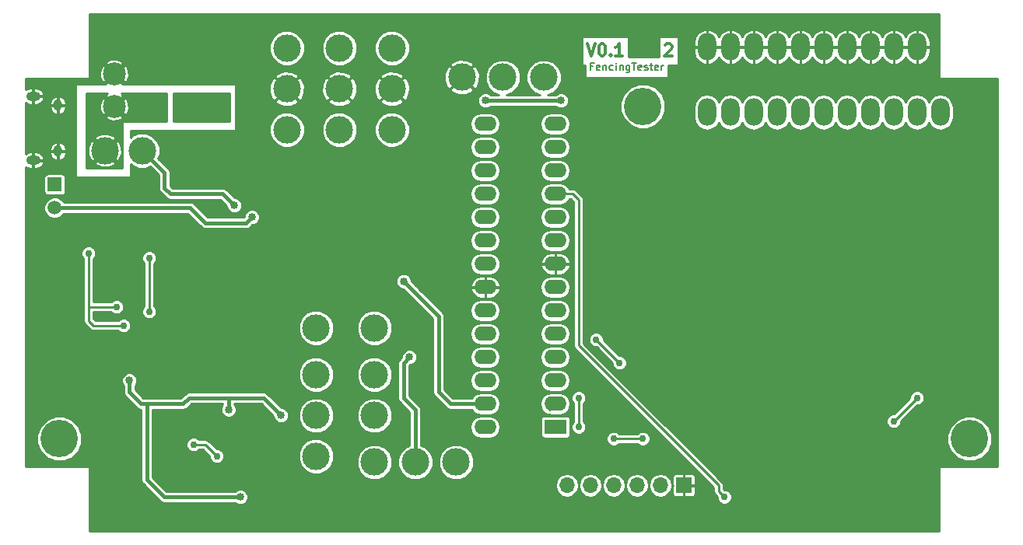
<source format=gbr>
G04 #@! TF.FileFunction,Copper,L2,Bot,Signal*
%FSLAX46Y46*%
G04 Gerber Fmt 4.6, Leading zero omitted, Abs format (unit mm)*
G04 Created by KiCad (PCBNEW 4.0.5) date 04/03/17 19:29:13*
%MOMM*%
%LPD*%
G01*
G04 APERTURE LIST*
%ADD10C,0.100000*%
%ADD11C,0.300000*%
%ADD12C,0.200000*%
%ADD13C,4.064000*%
%ADD14C,2.500000*%
%ADD15R,2.400000X1.600000*%
%ADD16O,2.400000X1.600000*%
%ADD17R,1.700000X1.700000*%
%ADD18O,1.700000X1.700000*%
%ADD19C,3.000000*%
%ADD20C,0.400000*%
%ADD21O,2.000000X3.000000*%
%ADD22R,1.500000X1.500000*%
%ADD23C,1.500000*%
%ADD24O,0.950000X1.250000*%
%ADD25O,1.550000X1.000000*%
%ADD26C,0.750000*%
%ADD27C,0.600000*%
%ADD28C,0.650000*%
%ADD29C,0.850000*%
%ADD30C,0.250000*%
%ADD31C,0.400000*%
%ADD32C,0.254000*%
G04 APERTURE END LIST*
D10*
D11*
X152070048Y-80822095D02*
X152503381Y-82122095D01*
X152936714Y-80822095D01*
X153617667Y-80822095D02*
X153741476Y-80822095D01*
X153865286Y-80884000D01*
X153927191Y-80945905D01*
X153989095Y-81069714D01*
X154051000Y-81317333D01*
X154051000Y-81626857D01*
X153989095Y-81874476D01*
X153927191Y-81998286D01*
X153865286Y-82060190D01*
X153741476Y-82122095D01*
X153617667Y-82122095D01*
X153493857Y-82060190D01*
X153431953Y-81998286D01*
X153370048Y-81874476D01*
X153308143Y-81626857D01*
X153308143Y-81317333D01*
X153370048Y-81069714D01*
X153431953Y-80945905D01*
X153493857Y-80884000D01*
X153617667Y-80822095D01*
X154608143Y-81998286D02*
X154670048Y-82060190D01*
X154608143Y-82122095D01*
X154546238Y-82060190D01*
X154608143Y-81998286D01*
X154608143Y-82122095D01*
X155908143Y-82122095D02*
X155165286Y-82122095D01*
X155536715Y-82122095D02*
X155536715Y-80822095D01*
X155412905Y-81007810D01*
X155289096Y-81131619D01*
X155165286Y-81193524D01*
X160537572Y-80945905D02*
X160599477Y-80884000D01*
X160723286Y-80822095D01*
X161032810Y-80822095D01*
X161156620Y-80884000D01*
X161218524Y-80945905D01*
X161280429Y-81069714D01*
X161280429Y-81193524D01*
X161218524Y-81379238D01*
X160475667Y-82122095D01*
X161280429Y-82122095D01*
D12*
X152698905Y-83254857D02*
X152432238Y-83254857D01*
X152432238Y-83673905D02*
X152432238Y-82873905D01*
X152813191Y-82873905D01*
X153422714Y-83635810D02*
X153346524Y-83673905D01*
X153194143Y-83673905D01*
X153117952Y-83635810D01*
X153079857Y-83559619D01*
X153079857Y-83254857D01*
X153117952Y-83178667D01*
X153194143Y-83140571D01*
X153346524Y-83140571D01*
X153422714Y-83178667D01*
X153460809Y-83254857D01*
X153460809Y-83331048D01*
X153079857Y-83407238D01*
X153803666Y-83140571D02*
X153803666Y-83673905D01*
X153803666Y-83216762D02*
X153841761Y-83178667D01*
X153917952Y-83140571D01*
X154032238Y-83140571D01*
X154108428Y-83178667D01*
X154146523Y-83254857D01*
X154146523Y-83673905D01*
X154870333Y-83635810D02*
X154794143Y-83673905D01*
X154641762Y-83673905D01*
X154565571Y-83635810D01*
X154527476Y-83597714D01*
X154489381Y-83521524D01*
X154489381Y-83292952D01*
X154527476Y-83216762D01*
X154565571Y-83178667D01*
X154641762Y-83140571D01*
X154794143Y-83140571D01*
X154870333Y-83178667D01*
X155213190Y-83673905D02*
X155213190Y-83140571D01*
X155213190Y-82873905D02*
X155175095Y-82912000D01*
X155213190Y-82950095D01*
X155251285Y-82912000D01*
X155213190Y-82873905D01*
X155213190Y-82950095D01*
X155594142Y-83140571D02*
X155594142Y-83673905D01*
X155594142Y-83216762D02*
X155632237Y-83178667D01*
X155708428Y-83140571D01*
X155822714Y-83140571D01*
X155898904Y-83178667D01*
X155936999Y-83254857D01*
X155936999Y-83673905D01*
X156660809Y-83140571D02*
X156660809Y-83788190D01*
X156622714Y-83864381D01*
X156584619Y-83902476D01*
X156508428Y-83940571D01*
X156394143Y-83940571D01*
X156317952Y-83902476D01*
X156660809Y-83635810D02*
X156584619Y-83673905D01*
X156432238Y-83673905D01*
X156356047Y-83635810D01*
X156317952Y-83597714D01*
X156279857Y-83521524D01*
X156279857Y-83292952D01*
X156317952Y-83216762D01*
X156356047Y-83178667D01*
X156432238Y-83140571D01*
X156584619Y-83140571D01*
X156660809Y-83178667D01*
X156927476Y-82873905D02*
X157384619Y-82873905D01*
X157156048Y-83673905D02*
X157156048Y-82873905D01*
X157956048Y-83635810D02*
X157879858Y-83673905D01*
X157727477Y-83673905D01*
X157651286Y-83635810D01*
X157613191Y-83559619D01*
X157613191Y-83254857D01*
X157651286Y-83178667D01*
X157727477Y-83140571D01*
X157879858Y-83140571D01*
X157956048Y-83178667D01*
X157994143Y-83254857D01*
X157994143Y-83331048D01*
X157613191Y-83407238D01*
X158298905Y-83635810D02*
X158375095Y-83673905D01*
X158527476Y-83673905D01*
X158603667Y-83635810D01*
X158641762Y-83559619D01*
X158641762Y-83521524D01*
X158603667Y-83445333D01*
X158527476Y-83407238D01*
X158413191Y-83407238D01*
X158337000Y-83369143D01*
X158298905Y-83292952D01*
X158298905Y-83254857D01*
X158337000Y-83178667D01*
X158413191Y-83140571D01*
X158527476Y-83140571D01*
X158603667Y-83178667D01*
X158870333Y-83140571D02*
X159175095Y-83140571D01*
X158984619Y-82873905D02*
X158984619Y-83559619D01*
X159022714Y-83635810D01*
X159098905Y-83673905D01*
X159175095Y-83673905D01*
X159746524Y-83635810D02*
X159670334Y-83673905D01*
X159517953Y-83673905D01*
X159441762Y-83635810D01*
X159403667Y-83559619D01*
X159403667Y-83254857D01*
X159441762Y-83178667D01*
X159517953Y-83140571D01*
X159670334Y-83140571D01*
X159746524Y-83178667D01*
X159784619Y-83254857D01*
X159784619Y-83331048D01*
X159403667Y-83407238D01*
X160127476Y-83673905D02*
X160127476Y-83140571D01*
X160127476Y-83292952D02*
X160165571Y-83216762D01*
X160203667Y-83178667D01*
X160279857Y-83140571D01*
X160356048Y-83140571D01*
D13*
X158115000Y-87630000D03*
X193675000Y-123825000D03*
D14*
X100584000Y-87630000D03*
X100584000Y-84074000D03*
D15*
X148590000Y-122555000D03*
D16*
X140970000Y-89535000D03*
X148590000Y-120015000D03*
X140970000Y-92075000D03*
X148590000Y-117475000D03*
X140970000Y-94615000D03*
X148590000Y-114935000D03*
X140970000Y-97155000D03*
X148590000Y-112395000D03*
X140970000Y-99695000D03*
X148590000Y-109855000D03*
X140970000Y-102235000D03*
X148590000Y-107315000D03*
X140970000Y-104775000D03*
X148590000Y-104775000D03*
X140970000Y-107315000D03*
X148590000Y-102235000D03*
X140970000Y-109855000D03*
X148590000Y-99695000D03*
X140970000Y-112395000D03*
X148590000Y-97155000D03*
X140970000Y-114935000D03*
X148590000Y-94615000D03*
X140970000Y-117475000D03*
X148590000Y-92075000D03*
X140970000Y-120015000D03*
X148590000Y-89535000D03*
X140970000Y-122555000D03*
D17*
X162560000Y-128905000D03*
D18*
X160020000Y-128905000D03*
X157480000Y-128905000D03*
X154940000Y-128905000D03*
X152400000Y-128905000D03*
X149860000Y-128905000D03*
D19*
X130810000Y-90170000D03*
X130810000Y-85725000D03*
X130810000Y-81280000D03*
X125095000Y-90170000D03*
X125095000Y-85725000D03*
X125095000Y-81280000D03*
X119380000Y-90170000D03*
X119380000Y-85725000D03*
X119380000Y-81280000D03*
X128905000Y-111760000D03*
X128905000Y-116840000D03*
X128905000Y-121285000D03*
X137795000Y-126365000D03*
X133350000Y-126365000D03*
X128905000Y-126365000D03*
X103632000Y-92456000D03*
X99568000Y-92456000D03*
D20*
X102616000Y-107950000D03*
X101866000Y-108450000D03*
X103366000Y-108450000D03*
X103366000Y-107450000D03*
X101866000Y-107450000D03*
D21*
X165100000Y-88265000D03*
X167640000Y-88265000D03*
X170180000Y-88265000D03*
X172720000Y-88265000D03*
X175260000Y-88265000D03*
X177800000Y-88265000D03*
X180340000Y-88265000D03*
X182880000Y-88265000D03*
X185420000Y-88265000D03*
X187960000Y-88265000D03*
X190500000Y-88265000D03*
X187960000Y-81153000D03*
X185420000Y-81153000D03*
X182880000Y-81153000D03*
X180340000Y-81153000D03*
X177800000Y-81153000D03*
X175260000Y-81153000D03*
X172720000Y-81153000D03*
X170180000Y-81153000D03*
X167640000Y-81153000D03*
X165100000Y-81153000D03*
D13*
X94615000Y-123825000D03*
D19*
X147320000Y-84455000D03*
X138430000Y-84455000D03*
X142875000Y-84455000D03*
X122555000Y-116840000D03*
X122555000Y-111760000D03*
X122555000Y-125730000D03*
X122555000Y-121285000D03*
D22*
X94107000Y-96139000D03*
D23*
X94107000Y-98679000D03*
D24*
X94452540Y-87509100D03*
X94452540Y-92509100D03*
D25*
X91752540Y-86509100D03*
X91752540Y-93509100D03*
D26*
X111760000Y-125730000D03*
X109220000Y-124460000D03*
X104394000Y-104140000D03*
X104394000Y-109982000D03*
X167640000Y-120650000D03*
X114935000Y-92710000D03*
X100965000Y-124460000D03*
X157480000Y-109855000D03*
X95885000Y-91694000D03*
X154305000Y-100965000D03*
D27*
X100076000Y-81026000D03*
X101600000Y-81026000D03*
X103124000Y-81026000D03*
X103124000Y-82804000D03*
X112268000Y-84836000D03*
X112268000Y-83820000D03*
X112268000Y-82550000D03*
X111506000Y-81026000D03*
X109982000Y-81026000D03*
D28*
X108966000Y-110236000D03*
X108966000Y-111760000D03*
X108966000Y-113284000D03*
X110744000Y-113284000D03*
X110744000Y-111760000D03*
X110744000Y-110236000D03*
D26*
X187960000Y-119380000D03*
X185420000Y-121920000D03*
D29*
X115570000Y-99695000D03*
D26*
X151130000Y-122555000D03*
X151130000Y-119380000D03*
D29*
X113665000Y-98425000D03*
X132080000Y-106680000D03*
D26*
X101600000Y-111506000D03*
X100838000Y-109474000D03*
X97790000Y-103632000D03*
D29*
X132715000Y-114935000D03*
D27*
X107950000Y-88138000D03*
X112522000Y-88392000D03*
X112014000Y-87376000D03*
D29*
X149225000Y-86995000D03*
X140970000Y-86995000D03*
D27*
X104394000Y-87884000D03*
X104394000Y-88900000D03*
X105664000Y-88900000D03*
X105664000Y-87884000D03*
X102616000Y-88900000D03*
D26*
X153035000Y-113030000D03*
X155575000Y-115570000D03*
X167005000Y-130175000D03*
X158115000Y-123825000D03*
X154940000Y-123825000D03*
D29*
X113030000Y-120650000D03*
X118745000Y-121285000D03*
X102235000Y-117475000D03*
X114300000Y-130175000D03*
D30*
X110490000Y-124460000D02*
X111760000Y-125730000D01*
X109220000Y-124460000D02*
X110490000Y-124460000D01*
X104394000Y-109982000D02*
X104394000Y-104140000D01*
X167005000Y-120650000D02*
X167640000Y-120650000D01*
X100965000Y-124460000D02*
X99695000Y-124460000D01*
X157480000Y-109855000D02*
X158750000Y-109855000D01*
X95811100Y-92509100D02*
X94452540Y-92509100D01*
X95885000Y-92583000D02*
X95811100Y-92509100D01*
X95885000Y-91694000D02*
X95885000Y-92583000D01*
X154305000Y-100965000D02*
X152400000Y-100965000D01*
X101600000Y-81026000D02*
X100076000Y-81026000D01*
X103124000Y-82804000D02*
X103124000Y-81026000D01*
X112268000Y-82550000D02*
X112268000Y-83820000D01*
X109982000Y-81026000D02*
X111506000Y-81026000D01*
X108966000Y-111760000D02*
X108966000Y-110236000D01*
X110744000Y-113284000D02*
X108966000Y-113284000D01*
X110744000Y-110236000D02*
X110744000Y-111760000D01*
X185420000Y-121920000D02*
X187960000Y-119380000D01*
D31*
X114935000Y-100330000D02*
X110490000Y-100330000D01*
X94107000Y-98679000D02*
X108839000Y-98679000D01*
X108839000Y-98679000D02*
X110490000Y-100330000D01*
X115570000Y-99695000D02*
X114935000Y-100330000D01*
D30*
X147955000Y-120650000D02*
X148590000Y-120015000D01*
X151130000Y-119380000D02*
X151130000Y-122555000D01*
D31*
X112395000Y-97155000D02*
X106680000Y-97155000D01*
X113665000Y-98425000D02*
X112395000Y-97155000D01*
X106045000Y-94869000D02*
X103632000Y-92456000D01*
X106045000Y-96520000D02*
X106045000Y-94869000D01*
X106680000Y-97155000D02*
X106045000Y-96520000D01*
X132080000Y-106680000D02*
X135890000Y-110490000D01*
X140970000Y-120015000D02*
X137160000Y-120015000D01*
X135890000Y-118745000D02*
X137160000Y-120015000D01*
X135890000Y-110490000D02*
X135890000Y-118745000D01*
D30*
X97790000Y-110998000D02*
X97790000Y-109474000D01*
X98298000Y-111506000D02*
X97790000Y-110998000D01*
X101600000Y-111506000D02*
X98298000Y-111506000D01*
X100838000Y-109474000D02*
X97790000Y-109474000D01*
X97790000Y-109474000D02*
X97790000Y-103632000D01*
D31*
X133350000Y-126365000D02*
X133350000Y-120650000D01*
X132080000Y-115570000D02*
X132715000Y-114935000D01*
X133350000Y-120650000D02*
X132080000Y-119380000D01*
X132080000Y-115570000D02*
X132080000Y-119380000D01*
D30*
X112522000Y-88138000D02*
X112522000Y-88392000D01*
X112014000Y-87376000D02*
X112522000Y-88138000D01*
D31*
X149225000Y-86995000D02*
X140970000Y-86995000D01*
D30*
X105664000Y-88900000D02*
X104394000Y-88900000D01*
X104394000Y-87884000D02*
X105664000Y-87884000D01*
X155575000Y-115570000D02*
X153035000Y-113030000D01*
X151130000Y-113665000D02*
X166370000Y-128905000D01*
X166370000Y-129540000D02*
X167005000Y-130175000D01*
X148590000Y-97155000D02*
X150495000Y-97155000D01*
X151130000Y-97790000D02*
X150495000Y-97155000D01*
X151130000Y-97790000D02*
X151130000Y-113665000D01*
X166370000Y-128905000D02*
X166370000Y-129540000D01*
X158115000Y-123825000D02*
X154940000Y-123825000D01*
D31*
X113030000Y-120015000D02*
X113030000Y-119380000D01*
X113030000Y-120650000D02*
X113030000Y-120015000D01*
X113030000Y-119380000D02*
X113284000Y-119380000D01*
X117475000Y-120015000D02*
X116840000Y-119380000D01*
X116840000Y-119380000D02*
X113284000Y-119380000D01*
X118745000Y-121285000D02*
X117475000Y-120015000D01*
X108077000Y-120015000D02*
X104140000Y-120015000D01*
X113284000Y-119380000D02*
X108712000Y-119380000D01*
X108712000Y-119380000D02*
X108077000Y-120015000D01*
X103505000Y-120015000D02*
X104140000Y-120015000D01*
X102235000Y-117475000D02*
X102235000Y-118745000D01*
X102235000Y-118745000D02*
X103505000Y-120015000D01*
X104140000Y-128270000D02*
X104140000Y-120015000D01*
X106045000Y-130175000D02*
X114300000Y-130175000D01*
X104140000Y-128270000D02*
X106045000Y-130175000D01*
D32*
G36*
X99744601Y-86258600D02*
X99598398Y-86464793D01*
X100584000Y-87450395D01*
X101569602Y-86464793D01*
X101423399Y-86258600D01*
X101353894Y-86233000D01*
X106299000Y-86233000D01*
X106299000Y-89281000D01*
X101600000Y-89281000D01*
X101550590Y-89291006D01*
X101508965Y-89319447D01*
X101481685Y-89361841D01*
X101473000Y-89408000D01*
X101473000Y-94361000D01*
X97536000Y-94361000D01*
X97536000Y-93801984D01*
X98401621Y-93801984D01*
X98578370Y-94034173D01*
X99257642Y-94292757D01*
X99984163Y-94271711D01*
X100557630Y-94034173D01*
X100734379Y-93801984D01*
X99568000Y-92635605D01*
X98401621Y-93801984D01*
X97536000Y-93801984D01*
X97536000Y-92145642D01*
X97731243Y-92145642D01*
X97752289Y-92872163D01*
X97989827Y-93445630D01*
X98222016Y-93622379D01*
X99388395Y-92456000D01*
X99747605Y-92456000D01*
X100913984Y-93622379D01*
X101146173Y-93445630D01*
X101404757Y-92766358D01*
X101383711Y-92039837D01*
X101146173Y-91466370D01*
X100913984Y-91289621D01*
X99747605Y-92456000D01*
X99388395Y-92456000D01*
X98222016Y-91289621D01*
X97989827Y-91466370D01*
X97731243Y-92145642D01*
X97536000Y-92145642D01*
X97536000Y-91110016D01*
X98401621Y-91110016D01*
X99568000Y-92276395D01*
X100734379Y-91110016D01*
X100557630Y-90877827D01*
X99878358Y-90619243D01*
X99151837Y-90640289D01*
X98578370Y-90877827D01*
X98401621Y-91110016D01*
X97536000Y-91110016D01*
X97536000Y-88795207D01*
X99598398Y-88795207D01*
X99744601Y-89001400D01*
X100333308Y-89218233D01*
X100960182Y-89193271D01*
X101423399Y-89001400D01*
X101569602Y-88795207D01*
X100584000Y-87809605D01*
X99598398Y-88795207D01*
X97536000Y-88795207D01*
X97536000Y-87379308D01*
X98995767Y-87379308D01*
X99020729Y-88006182D01*
X99212600Y-88469399D01*
X99418793Y-88615602D01*
X100404395Y-87630000D01*
X100763605Y-87630000D01*
X101749207Y-88615602D01*
X101955400Y-88469399D01*
X102172233Y-87880692D01*
X102147271Y-87253818D01*
X101955400Y-86790601D01*
X101749207Y-86644398D01*
X100763605Y-87630000D01*
X100404395Y-87630000D01*
X99418793Y-86644398D01*
X99212600Y-86790601D01*
X98995767Y-87379308D01*
X97536000Y-87379308D01*
X97536000Y-86233000D01*
X99806405Y-86233000D01*
X99744601Y-86258600D01*
X99744601Y-86258600D01*
G37*
X99744601Y-86258600D02*
X99598398Y-86464793D01*
X100584000Y-87450395D01*
X101569602Y-86464793D01*
X101423399Y-86258600D01*
X101353894Y-86233000D01*
X106299000Y-86233000D01*
X106299000Y-89281000D01*
X101600000Y-89281000D01*
X101550590Y-89291006D01*
X101508965Y-89319447D01*
X101481685Y-89361841D01*
X101473000Y-89408000D01*
X101473000Y-94361000D01*
X97536000Y-94361000D01*
X97536000Y-93801984D01*
X98401621Y-93801984D01*
X98578370Y-94034173D01*
X99257642Y-94292757D01*
X99984163Y-94271711D01*
X100557630Y-94034173D01*
X100734379Y-93801984D01*
X99568000Y-92635605D01*
X98401621Y-93801984D01*
X97536000Y-93801984D01*
X97536000Y-92145642D01*
X97731243Y-92145642D01*
X97752289Y-92872163D01*
X97989827Y-93445630D01*
X98222016Y-93622379D01*
X99388395Y-92456000D01*
X99747605Y-92456000D01*
X100913984Y-93622379D01*
X101146173Y-93445630D01*
X101404757Y-92766358D01*
X101383711Y-92039837D01*
X101146173Y-91466370D01*
X100913984Y-91289621D01*
X99747605Y-92456000D01*
X99388395Y-92456000D01*
X98222016Y-91289621D01*
X97989827Y-91466370D01*
X97731243Y-92145642D01*
X97536000Y-92145642D01*
X97536000Y-91110016D01*
X98401621Y-91110016D01*
X99568000Y-92276395D01*
X100734379Y-91110016D01*
X100557630Y-90877827D01*
X99878358Y-90619243D01*
X99151837Y-90640289D01*
X98578370Y-90877827D01*
X98401621Y-91110016D01*
X97536000Y-91110016D01*
X97536000Y-88795207D01*
X99598398Y-88795207D01*
X99744601Y-89001400D01*
X100333308Y-89218233D01*
X100960182Y-89193271D01*
X101423399Y-89001400D01*
X101569602Y-88795207D01*
X100584000Y-87809605D01*
X99598398Y-88795207D01*
X97536000Y-88795207D01*
X97536000Y-87379308D01*
X98995767Y-87379308D01*
X99020729Y-88006182D01*
X99212600Y-88469399D01*
X99418793Y-88615602D01*
X100404395Y-87630000D01*
X100763605Y-87630000D01*
X101749207Y-88615602D01*
X101955400Y-88469399D01*
X102172233Y-87880692D01*
X102147271Y-87253818D01*
X101955400Y-86790601D01*
X101749207Y-86644398D01*
X100763605Y-87630000D01*
X100404395Y-87630000D01*
X99418793Y-86644398D01*
X99212600Y-86790601D01*
X98995767Y-87379308D01*
X97536000Y-87379308D01*
X97536000Y-86233000D01*
X99806405Y-86233000D01*
X99744601Y-86258600D01*
G36*
X113157000Y-89281000D02*
X107061000Y-89281000D01*
X107061000Y-86233000D01*
X113157000Y-86233000D01*
X113157000Y-89281000D01*
X113157000Y-89281000D01*
G37*
X113157000Y-89281000D02*
X107061000Y-89281000D01*
X107061000Y-86233000D01*
X113157000Y-86233000D01*
X113157000Y-89281000D01*
G36*
X190373000Y-84455000D02*
X190383006Y-84504410D01*
X190411447Y-84546035D01*
X190453841Y-84573315D01*
X190500000Y-84582000D01*
X196723000Y-84582000D01*
X196723000Y-126873000D01*
X190500000Y-126873000D01*
X190450590Y-126883006D01*
X190408965Y-126911447D01*
X190381685Y-126953841D01*
X190373000Y-127000000D01*
X190373000Y-133858000D01*
X97917000Y-133858000D01*
X97917000Y-127000000D01*
X97906994Y-126950590D01*
X97878553Y-126908965D01*
X97836159Y-126881685D01*
X97790000Y-126873000D01*
X90932000Y-126873000D01*
X90932000Y-124311980D01*
X92155574Y-124311980D01*
X92529145Y-125216092D01*
X93220270Y-125908423D01*
X94123729Y-126283573D01*
X95101980Y-126284426D01*
X96006092Y-125910855D01*
X96698423Y-125219730D01*
X97073573Y-124316271D01*
X97074426Y-123338020D01*
X96700855Y-122433908D01*
X96009730Y-121741577D01*
X95106271Y-121366427D01*
X94128020Y-121365574D01*
X93223908Y-121739145D01*
X92531577Y-122430270D01*
X92156427Y-123333729D01*
X92155574Y-124311980D01*
X90932000Y-124311980D01*
X90932000Y-117643730D01*
X101382852Y-117643730D01*
X101512288Y-117956989D01*
X101608000Y-118052868D01*
X101608000Y-118745000D01*
X101655728Y-118984943D01*
X101764265Y-119147380D01*
X101791644Y-119188356D01*
X103061644Y-120458356D01*
X103265057Y-120594272D01*
X103505000Y-120642000D01*
X103513000Y-120642000D01*
X103513000Y-128270000D01*
X103560728Y-128509943D01*
X103683549Y-128693758D01*
X103696644Y-128713356D01*
X105601644Y-130618356D01*
X105805058Y-130754273D01*
X106045000Y-130802000D01*
X113722046Y-130802000D01*
X113816750Y-130896870D01*
X114129783Y-131026852D01*
X114468730Y-131027148D01*
X114781989Y-130897712D01*
X115021870Y-130658250D01*
X115151852Y-130345217D01*
X115152148Y-130006270D01*
X115022712Y-129693011D01*
X114783250Y-129453130D01*
X114470217Y-129323148D01*
X114131270Y-129322852D01*
X113818011Y-129452288D01*
X113722132Y-129548000D01*
X106304712Y-129548000D01*
X105636694Y-128879982D01*
X148583000Y-128879982D01*
X148583000Y-128930018D01*
X148680206Y-129418705D01*
X148957025Y-129832993D01*
X149371313Y-130109812D01*
X149860000Y-130207018D01*
X150348687Y-130109812D01*
X150762975Y-129832993D01*
X151039794Y-129418705D01*
X151130000Y-128965209D01*
X151220206Y-129418705D01*
X151497025Y-129832993D01*
X151911313Y-130109812D01*
X152400000Y-130207018D01*
X152888687Y-130109812D01*
X153302975Y-129832993D01*
X153579794Y-129418705D01*
X153670000Y-128965209D01*
X153760206Y-129418705D01*
X154037025Y-129832993D01*
X154451313Y-130109812D01*
X154940000Y-130207018D01*
X155428687Y-130109812D01*
X155842975Y-129832993D01*
X156119794Y-129418705D01*
X156210000Y-128965209D01*
X156300206Y-129418705D01*
X156577025Y-129832993D01*
X156991313Y-130109812D01*
X157480000Y-130207018D01*
X157968687Y-130109812D01*
X158382975Y-129832993D01*
X158659794Y-129418705D01*
X158750000Y-128965209D01*
X158840206Y-129418705D01*
X159117025Y-129832993D01*
X159531313Y-130109812D01*
X160020000Y-130207018D01*
X160508687Y-130109812D01*
X160922975Y-129832993D01*
X161199794Y-129418705D01*
X161297000Y-128930018D01*
X161297000Y-128928002D01*
X161389748Y-128928002D01*
X161283000Y-129034750D01*
X161283000Y-129839935D01*
X161348007Y-129996876D01*
X161468124Y-130116993D01*
X161625064Y-130182000D01*
X162430250Y-130182000D01*
X162537000Y-130075250D01*
X162537000Y-128928000D01*
X162583000Y-128928000D01*
X162583000Y-130075250D01*
X162689750Y-130182000D01*
X163494936Y-130182000D01*
X163651876Y-130116993D01*
X163771993Y-129996876D01*
X163837000Y-129839935D01*
X163837000Y-129034750D01*
X163730250Y-128928000D01*
X162583000Y-128928000D01*
X162537000Y-128928000D01*
X162517000Y-128928000D01*
X162517000Y-128882000D01*
X162537000Y-128882000D01*
X162537000Y-127734750D01*
X162583000Y-127734750D01*
X162583000Y-128882000D01*
X163730250Y-128882000D01*
X163837000Y-128775250D01*
X163837000Y-127970065D01*
X163771993Y-127813124D01*
X163651876Y-127693007D01*
X163494936Y-127628000D01*
X162689750Y-127628000D01*
X162583000Y-127734750D01*
X162537000Y-127734750D01*
X162430250Y-127628000D01*
X161625064Y-127628000D01*
X161468124Y-127693007D01*
X161348007Y-127813124D01*
X161283000Y-127970065D01*
X161283000Y-128775250D01*
X161389748Y-128881998D01*
X161297000Y-128881998D01*
X161297000Y-128879982D01*
X161199794Y-128391295D01*
X160922975Y-127977007D01*
X160508687Y-127700188D01*
X160020000Y-127602982D01*
X159531313Y-127700188D01*
X159117025Y-127977007D01*
X158840206Y-128391295D01*
X158750000Y-128844791D01*
X158659794Y-128391295D01*
X158382975Y-127977007D01*
X157968687Y-127700188D01*
X157480000Y-127602982D01*
X156991313Y-127700188D01*
X156577025Y-127977007D01*
X156300206Y-128391295D01*
X156210000Y-128844791D01*
X156119794Y-128391295D01*
X155842975Y-127977007D01*
X155428687Y-127700188D01*
X154940000Y-127602982D01*
X154451313Y-127700188D01*
X154037025Y-127977007D01*
X153760206Y-128391295D01*
X153670000Y-128844791D01*
X153579794Y-128391295D01*
X153302975Y-127977007D01*
X152888687Y-127700188D01*
X152400000Y-127602982D01*
X151911313Y-127700188D01*
X151497025Y-127977007D01*
X151220206Y-128391295D01*
X151130000Y-128844791D01*
X151039794Y-128391295D01*
X150762975Y-127977007D01*
X150348687Y-127700188D01*
X149860000Y-127602982D01*
X149371313Y-127700188D01*
X148957025Y-127977007D01*
X148680206Y-128391295D01*
X148583000Y-128879982D01*
X105636694Y-128879982D01*
X104767000Y-128010288D01*
X104767000Y-124618828D01*
X108417861Y-124618828D01*
X108539701Y-124913703D01*
X108765110Y-125139506D01*
X109059772Y-125261860D01*
X109378828Y-125262139D01*
X109673703Y-125140299D01*
X109802226Y-125012000D01*
X110261354Y-125012000D01*
X110958019Y-125708665D01*
X110957861Y-125888828D01*
X111079701Y-126183703D01*
X111305110Y-126409506D01*
X111599772Y-126531860D01*
X111918828Y-126532139D01*
X112213703Y-126410299D01*
X112439506Y-126184890D01*
X112469929Y-126111622D01*
X120627666Y-126111622D01*
X120920416Y-126820132D01*
X121462017Y-127362678D01*
X122170014Y-127656665D01*
X122936622Y-127657334D01*
X123645132Y-127364584D01*
X124187678Y-126822983D01*
X124219385Y-126746622D01*
X126977666Y-126746622D01*
X127270416Y-127455132D01*
X127812017Y-127997678D01*
X128520014Y-128291665D01*
X129286622Y-128292334D01*
X129995132Y-127999584D01*
X130537678Y-127457983D01*
X130831665Y-126749986D01*
X130831667Y-126746622D01*
X131422666Y-126746622D01*
X131715416Y-127455132D01*
X132257017Y-127997678D01*
X132965014Y-128291665D01*
X133731622Y-128292334D01*
X134440132Y-127999584D01*
X134982678Y-127457983D01*
X135276665Y-126749986D01*
X135276667Y-126746622D01*
X135867666Y-126746622D01*
X136160416Y-127455132D01*
X136702017Y-127997678D01*
X137410014Y-128291665D01*
X138176622Y-128292334D01*
X138885132Y-127999584D01*
X139427678Y-127457983D01*
X139721665Y-126749986D01*
X139722334Y-125983378D01*
X139429584Y-125274868D01*
X138887983Y-124732322D01*
X138179986Y-124438335D01*
X137413378Y-124437666D01*
X136704868Y-124730416D01*
X136162322Y-125272017D01*
X135868335Y-125980014D01*
X135867666Y-126746622D01*
X135276667Y-126746622D01*
X135277334Y-125983378D01*
X134984584Y-125274868D01*
X134442983Y-124732322D01*
X133977000Y-124538828D01*
X133977000Y-123983828D01*
X154137861Y-123983828D01*
X154259701Y-124278703D01*
X154485110Y-124504506D01*
X154779772Y-124626860D01*
X155098828Y-124627139D01*
X155393703Y-124505299D01*
X155522226Y-124377000D01*
X157532826Y-124377000D01*
X157660110Y-124504506D01*
X157954772Y-124626860D01*
X158273828Y-124627139D01*
X158568703Y-124505299D01*
X158794506Y-124279890D01*
X158916860Y-123985228D01*
X158917139Y-123666172D01*
X158795299Y-123371297D01*
X158569890Y-123145494D01*
X158275228Y-123023140D01*
X157956172Y-123022861D01*
X157661297Y-123144701D01*
X157532774Y-123273000D01*
X155522174Y-123273000D01*
X155394890Y-123145494D01*
X155100228Y-123023140D01*
X154781172Y-123022861D01*
X154486297Y-123144701D01*
X154260494Y-123370110D01*
X154138140Y-123664772D01*
X154137861Y-123983828D01*
X133977000Y-123983828D01*
X133977000Y-122555000D01*
X139311125Y-122555000D01*
X139404525Y-123024553D01*
X139670505Y-123422620D01*
X140068572Y-123688600D01*
X140538125Y-123782000D01*
X141401875Y-123782000D01*
X141871428Y-123688600D01*
X142269495Y-123422620D01*
X142535475Y-123024553D01*
X142628875Y-122555000D01*
X142535475Y-122085447D01*
X142314678Y-121755000D01*
X146954635Y-121755000D01*
X146954635Y-123355000D01*
X146984409Y-123513237D01*
X147077927Y-123658567D01*
X147220619Y-123756064D01*
X147390000Y-123790365D01*
X149790000Y-123790365D01*
X149948237Y-123760591D01*
X150093567Y-123667073D01*
X150191064Y-123524381D01*
X150225365Y-123355000D01*
X150225365Y-121755000D01*
X150195591Y-121596763D01*
X150102073Y-121451433D01*
X149959381Y-121353936D01*
X149790000Y-121319635D01*
X147390000Y-121319635D01*
X147231763Y-121349409D01*
X147086433Y-121442927D01*
X146988936Y-121585619D01*
X146954635Y-121755000D01*
X142314678Y-121755000D01*
X142269495Y-121687380D01*
X141871428Y-121421400D01*
X141401875Y-121328000D01*
X140538125Y-121328000D01*
X140068572Y-121421400D01*
X139670505Y-121687380D01*
X139404525Y-122085447D01*
X139311125Y-122555000D01*
X133977000Y-122555000D01*
X133977000Y-120650000D01*
X133929272Y-120410057D01*
X133793356Y-120206644D01*
X132707000Y-119120288D01*
X132707000Y-115829712D01*
X132749681Y-115787031D01*
X132883730Y-115787148D01*
X133196989Y-115657712D01*
X133436870Y-115418250D01*
X133566852Y-115105217D01*
X133567148Y-114766270D01*
X133437712Y-114453011D01*
X133198250Y-114213130D01*
X132885217Y-114083148D01*
X132546270Y-114082852D01*
X132233011Y-114212288D01*
X131993130Y-114451750D01*
X131863148Y-114764783D01*
X131863030Y-114900258D01*
X131636644Y-115126644D01*
X131500728Y-115330057D01*
X131453000Y-115570000D01*
X131453000Y-119380000D01*
X131500728Y-119619943D01*
X131619603Y-119797852D01*
X131636644Y-119823356D01*
X132723000Y-120909712D01*
X132723000Y-124539054D01*
X132259868Y-124730416D01*
X131717322Y-125272017D01*
X131423335Y-125980014D01*
X131422666Y-126746622D01*
X130831667Y-126746622D01*
X130832334Y-125983378D01*
X130539584Y-125274868D01*
X129997983Y-124732322D01*
X129289986Y-124438335D01*
X128523378Y-124437666D01*
X127814868Y-124730416D01*
X127272322Y-125272017D01*
X126978335Y-125980014D01*
X126977666Y-126746622D01*
X124219385Y-126746622D01*
X124481665Y-126114986D01*
X124482334Y-125348378D01*
X124189584Y-124639868D01*
X123647983Y-124097322D01*
X122939986Y-123803335D01*
X122173378Y-123802666D01*
X121464868Y-124095416D01*
X120922322Y-124637017D01*
X120628335Y-125345014D01*
X120627666Y-126111622D01*
X112469929Y-126111622D01*
X112561860Y-125890228D01*
X112562139Y-125571172D01*
X112440299Y-125276297D01*
X112214890Y-125050494D01*
X111920228Y-124928140D01*
X111738627Y-124927981D01*
X110880323Y-124069677D01*
X110701242Y-123950018D01*
X110490000Y-123908000D01*
X109802174Y-123908000D01*
X109674890Y-123780494D01*
X109380228Y-123658140D01*
X109061172Y-123657861D01*
X108766297Y-123779701D01*
X108540494Y-124005110D01*
X108418140Y-124299772D01*
X108417861Y-124618828D01*
X104767000Y-124618828D01*
X104767000Y-120642000D01*
X108077000Y-120642000D01*
X108316943Y-120594272D01*
X108520356Y-120458356D01*
X108971712Y-120007000D01*
X112403000Y-120007000D01*
X112403000Y-120072046D01*
X112308130Y-120166750D01*
X112178148Y-120479783D01*
X112177852Y-120818730D01*
X112307288Y-121131989D01*
X112546750Y-121371870D01*
X112859783Y-121501852D01*
X113198730Y-121502148D01*
X113511989Y-121372712D01*
X113751870Y-121133250D01*
X113881852Y-120820217D01*
X113882148Y-120481270D01*
X113752712Y-120168011D01*
X113657000Y-120072132D01*
X113657000Y-120007000D01*
X116580288Y-120007000D01*
X117892969Y-121319681D01*
X117892852Y-121453730D01*
X118022288Y-121766989D01*
X118261750Y-122006870D01*
X118574783Y-122136852D01*
X118913730Y-122137148D01*
X119226989Y-122007712D01*
X119466870Y-121768250D01*
X119509069Y-121666622D01*
X120627666Y-121666622D01*
X120920416Y-122375132D01*
X121462017Y-122917678D01*
X122170014Y-123211665D01*
X122936622Y-123212334D01*
X123645132Y-122919584D01*
X124187678Y-122377983D01*
X124481665Y-121669986D01*
X124481667Y-121666622D01*
X126977666Y-121666622D01*
X127270416Y-122375132D01*
X127812017Y-122917678D01*
X128520014Y-123211665D01*
X129286622Y-123212334D01*
X129995132Y-122919584D01*
X130537678Y-122377983D01*
X130831665Y-121669986D01*
X130832334Y-120903378D01*
X130539584Y-120194868D01*
X129997983Y-119652322D01*
X129289986Y-119358335D01*
X128523378Y-119357666D01*
X127814868Y-119650416D01*
X127272322Y-120192017D01*
X126978335Y-120900014D01*
X126977666Y-121666622D01*
X124481667Y-121666622D01*
X124482334Y-120903378D01*
X124189584Y-120194868D01*
X123647983Y-119652322D01*
X122939986Y-119358335D01*
X122173378Y-119357666D01*
X121464868Y-119650416D01*
X120922322Y-120192017D01*
X120628335Y-120900014D01*
X120627666Y-121666622D01*
X119509069Y-121666622D01*
X119596852Y-121455217D01*
X119597148Y-121116270D01*
X119467712Y-120803011D01*
X119228250Y-120563130D01*
X118915217Y-120433148D01*
X118779742Y-120433030D01*
X117283356Y-118936644D01*
X117183644Y-118870019D01*
X117079943Y-118800728D01*
X116840000Y-118753000D01*
X108712000Y-118753000D01*
X108472058Y-118800727D01*
X108268644Y-118936644D01*
X107817288Y-119388000D01*
X103764712Y-119388000D01*
X102862000Y-118485288D01*
X102862000Y-118052954D01*
X102956870Y-117958250D01*
X103086852Y-117645217D01*
X103087148Y-117306270D01*
X103052173Y-117221622D01*
X120627666Y-117221622D01*
X120920416Y-117930132D01*
X121462017Y-118472678D01*
X122170014Y-118766665D01*
X122936622Y-118767334D01*
X123645132Y-118474584D01*
X124187678Y-117932983D01*
X124481665Y-117224986D01*
X124481667Y-117221622D01*
X126977666Y-117221622D01*
X127270416Y-117930132D01*
X127812017Y-118472678D01*
X128520014Y-118766665D01*
X129286622Y-118767334D01*
X129995132Y-118474584D01*
X130537678Y-117932983D01*
X130831665Y-117224986D01*
X130832334Y-116458378D01*
X130539584Y-115749868D01*
X129997983Y-115207322D01*
X129289986Y-114913335D01*
X128523378Y-114912666D01*
X127814868Y-115205416D01*
X127272322Y-115747017D01*
X126978335Y-116455014D01*
X126977666Y-117221622D01*
X124481667Y-117221622D01*
X124482334Y-116458378D01*
X124189584Y-115749868D01*
X123647983Y-115207322D01*
X122939986Y-114913335D01*
X122173378Y-114912666D01*
X121464868Y-115205416D01*
X120922322Y-115747017D01*
X120628335Y-116455014D01*
X120627666Y-117221622D01*
X103052173Y-117221622D01*
X102957712Y-116993011D01*
X102718250Y-116753130D01*
X102405217Y-116623148D01*
X102066270Y-116622852D01*
X101753011Y-116752288D01*
X101513130Y-116991750D01*
X101383148Y-117304783D01*
X101382852Y-117643730D01*
X90932000Y-117643730D01*
X90932000Y-103790828D01*
X96987861Y-103790828D01*
X97109701Y-104085703D01*
X97238000Y-104214226D01*
X97238000Y-110998000D01*
X97280018Y-111209242D01*
X97399677Y-111388323D01*
X97907677Y-111896323D01*
X98086759Y-112015982D01*
X98298000Y-112058000D01*
X101017826Y-112058000D01*
X101145110Y-112185506D01*
X101439772Y-112307860D01*
X101758828Y-112308139D01*
X102053703Y-112186299D01*
X102098458Y-112141622D01*
X120627666Y-112141622D01*
X120920416Y-112850132D01*
X121462017Y-113392678D01*
X122170014Y-113686665D01*
X122936622Y-113687334D01*
X123645132Y-113394584D01*
X124187678Y-112852983D01*
X124481665Y-112144986D01*
X124481667Y-112141622D01*
X126977666Y-112141622D01*
X127270416Y-112850132D01*
X127812017Y-113392678D01*
X128520014Y-113686665D01*
X129286622Y-113687334D01*
X129995132Y-113394584D01*
X130537678Y-112852983D01*
X130831665Y-112144986D01*
X130832334Y-111378378D01*
X130539584Y-110669868D01*
X129997983Y-110127322D01*
X129289986Y-109833335D01*
X128523378Y-109832666D01*
X127814868Y-110125416D01*
X127272322Y-110667017D01*
X126978335Y-111375014D01*
X126977666Y-112141622D01*
X124481667Y-112141622D01*
X124482334Y-111378378D01*
X124189584Y-110669868D01*
X123647983Y-110127322D01*
X122939986Y-109833335D01*
X122173378Y-109832666D01*
X121464868Y-110125416D01*
X120922322Y-110667017D01*
X120628335Y-111375014D01*
X120627666Y-112141622D01*
X102098458Y-112141622D01*
X102279506Y-111960890D01*
X102401860Y-111666228D01*
X102402139Y-111347172D01*
X102280299Y-111052297D01*
X102054890Y-110826494D01*
X101760228Y-110704140D01*
X101441172Y-110703861D01*
X101146297Y-110825701D01*
X101017774Y-110954000D01*
X98526646Y-110954000D01*
X98342000Y-110769354D01*
X98342000Y-110026000D01*
X100255826Y-110026000D01*
X100383110Y-110153506D01*
X100677772Y-110275860D01*
X100996828Y-110276139D01*
X101291703Y-110154299D01*
X101517506Y-109928890D01*
X101639860Y-109634228D01*
X101640139Y-109315172D01*
X101518299Y-109020297D01*
X101292890Y-108794494D01*
X100998228Y-108672140D01*
X100679172Y-108671861D01*
X100384297Y-108793701D01*
X100255774Y-108922000D01*
X98342000Y-108922000D01*
X98342000Y-104298828D01*
X103591861Y-104298828D01*
X103713701Y-104593703D01*
X103842000Y-104722226D01*
X103842000Y-109399826D01*
X103714494Y-109527110D01*
X103592140Y-109821772D01*
X103591861Y-110140828D01*
X103713701Y-110435703D01*
X103939110Y-110661506D01*
X104233772Y-110783860D01*
X104552828Y-110784139D01*
X104847703Y-110662299D01*
X105073506Y-110436890D01*
X105195860Y-110142228D01*
X105196139Y-109823172D01*
X105074299Y-109528297D01*
X104946000Y-109399774D01*
X104946000Y-106848730D01*
X131227852Y-106848730D01*
X131357288Y-107161989D01*
X131596750Y-107401870D01*
X131909783Y-107531852D01*
X132045258Y-107531970D01*
X135263000Y-110749712D01*
X135263000Y-118745000D01*
X135310728Y-118984943D01*
X135419265Y-119147380D01*
X135446644Y-119188356D01*
X136716644Y-120458356D01*
X136920057Y-120594272D01*
X137160000Y-120642000D01*
X139509728Y-120642000D01*
X139670505Y-120882620D01*
X140068572Y-121148600D01*
X140538125Y-121242000D01*
X141401875Y-121242000D01*
X141871428Y-121148600D01*
X142269495Y-120882620D01*
X142535475Y-120484553D01*
X142628875Y-120015000D01*
X146931125Y-120015000D01*
X147024525Y-120484553D01*
X147290505Y-120882620D01*
X147688572Y-121148600D01*
X147742895Y-121159406D01*
X147743758Y-121159982D01*
X147955000Y-121202000D01*
X147956016Y-121201798D01*
X148158125Y-121242000D01*
X149021875Y-121242000D01*
X149491428Y-121148600D01*
X149889495Y-120882620D01*
X150155475Y-120484553D01*
X150248875Y-120015000D01*
X150155475Y-119545447D01*
X150151053Y-119538828D01*
X150327861Y-119538828D01*
X150449701Y-119833703D01*
X150578000Y-119962226D01*
X150578000Y-121972826D01*
X150450494Y-122100110D01*
X150328140Y-122394772D01*
X150327861Y-122713828D01*
X150449701Y-123008703D01*
X150675110Y-123234506D01*
X150969772Y-123356860D01*
X151288828Y-123357139D01*
X151583703Y-123235299D01*
X151809506Y-123009890D01*
X151931860Y-122715228D01*
X151932139Y-122396172D01*
X151810299Y-122101297D01*
X151682000Y-121972774D01*
X151682000Y-119962174D01*
X151809506Y-119834890D01*
X151931860Y-119540228D01*
X151932139Y-119221172D01*
X151810299Y-118926297D01*
X151584890Y-118700494D01*
X151290228Y-118578140D01*
X150971172Y-118577861D01*
X150676297Y-118699701D01*
X150450494Y-118925110D01*
X150328140Y-119219772D01*
X150327861Y-119538828D01*
X150151053Y-119538828D01*
X149889495Y-119147380D01*
X149491428Y-118881400D01*
X149021875Y-118788000D01*
X148158125Y-118788000D01*
X147688572Y-118881400D01*
X147290505Y-119147380D01*
X147024525Y-119545447D01*
X146931125Y-120015000D01*
X142628875Y-120015000D01*
X142535475Y-119545447D01*
X142269495Y-119147380D01*
X141871428Y-118881400D01*
X141401875Y-118788000D01*
X140538125Y-118788000D01*
X140068572Y-118881400D01*
X139670505Y-119147380D01*
X139509728Y-119388000D01*
X137419712Y-119388000D01*
X136517000Y-118485288D01*
X136517000Y-117475000D01*
X139311125Y-117475000D01*
X139404525Y-117944553D01*
X139670505Y-118342620D01*
X140068572Y-118608600D01*
X140538125Y-118702000D01*
X141401875Y-118702000D01*
X141871428Y-118608600D01*
X142269495Y-118342620D01*
X142535475Y-117944553D01*
X142628875Y-117475000D01*
X146931125Y-117475000D01*
X147024525Y-117944553D01*
X147290505Y-118342620D01*
X147688572Y-118608600D01*
X148158125Y-118702000D01*
X149021875Y-118702000D01*
X149491428Y-118608600D01*
X149889495Y-118342620D01*
X150155475Y-117944553D01*
X150248875Y-117475000D01*
X150155475Y-117005447D01*
X149889495Y-116607380D01*
X149491428Y-116341400D01*
X149021875Y-116248000D01*
X148158125Y-116248000D01*
X147688572Y-116341400D01*
X147290505Y-116607380D01*
X147024525Y-117005447D01*
X146931125Y-117475000D01*
X142628875Y-117475000D01*
X142535475Y-117005447D01*
X142269495Y-116607380D01*
X141871428Y-116341400D01*
X141401875Y-116248000D01*
X140538125Y-116248000D01*
X140068572Y-116341400D01*
X139670505Y-116607380D01*
X139404525Y-117005447D01*
X139311125Y-117475000D01*
X136517000Y-117475000D01*
X136517000Y-114935000D01*
X139311125Y-114935000D01*
X139404525Y-115404553D01*
X139670505Y-115802620D01*
X140068572Y-116068600D01*
X140538125Y-116162000D01*
X141401875Y-116162000D01*
X141871428Y-116068600D01*
X142269495Y-115802620D01*
X142535475Y-115404553D01*
X142628875Y-114935000D01*
X146931125Y-114935000D01*
X147024525Y-115404553D01*
X147290505Y-115802620D01*
X147688572Y-116068600D01*
X148158125Y-116162000D01*
X149021875Y-116162000D01*
X149491428Y-116068600D01*
X149889495Y-115802620D01*
X150155475Y-115404553D01*
X150248875Y-114935000D01*
X150155475Y-114465447D01*
X149889495Y-114067380D01*
X149491428Y-113801400D01*
X149021875Y-113708000D01*
X148158125Y-113708000D01*
X147688572Y-113801400D01*
X147290505Y-114067380D01*
X147024525Y-114465447D01*
X146931125Y-114935000D01*
X142628875Y-114935000D01*
X142535475Y-114465447D01*
X142269495Y-114067380D01*
X141871428Y-113801400D01*
X141401875Y-113708000D01*
X140538125Y-113708000D01*
X140068572Y-113801400D01*
X139670505Y-114067380D01*
X139404525Y-114465447D01*
X139311125Y-114935000D01*
X136517000Y-114935000D01*
X136517000Y-112395000D01*
X139311125Y-112395000D01*
X139404525Y-112864553D01*
X139670505Y-113262620D01*
X140068572Y-113528600D01*
X140538125Y-113622000D01*
X141401875Y-113622000D01*
X141871428Y-113528600D01*
X142269495Y-113262620D01*
X142535475Y-112864553D01*
X142628875Y-112395000D01*
X146931125Y-112395000D01*
X147024525Y-112864553D01*
X147290505Y-113262620D01*
X147688572Y-113528600D01*
X148158125Y-113622000D01*
X149021875Y-113622000D01*
X149491428Y-113528600D01*
X149889495Y-113262620D01*
X150155475Y-112864553D01*
X150248875Y-112395000D01*
X150155475Y-111925447D01*
X149889495Y-111527380D01*
X149491428Y-111261400D01*
X149021875Y-111168000D01*
X148158125Y-111168000D01*
X147688572Y-111261400D01*
X147290505Y-111527380D01*
X147024525Y-111925447D01*
X146931125Y-112395000D01*
X142628875Y-112395000D01*
X142535475Y-111925447D01*
X142269495Y-111527380D01*
X141871428Y-111261400D01*
X141401875Y-111168000D01*
X140538125Y-111168000D01*
X140068572Y-111261400D01*
X139670505Y-111527380D01*
X139404525Y-111925447D01*
X139311125Y-112395000D01*
X136517000Y-112395000D01*
X136517000Y-110490000D01*
X136506200Y-110435703D01*
X136469273Y-110250058D01*
X136333356Y-110046644D01*
X136141712Y-109855000D01*
X139311125Y-109855000D01*
X139404525Y-110324553D01*
X139670505Y-110722620D01*
X140068572Y-110988600D01*
X140538125Y-111082000D01*
X141401875Y-111082000D01*
X141871428Y-110988600D01*
X142269495Y-110722620D01*
X142535475Y-110324553D01*
X142628875Y-109855000D01*
X146931125Y-109855000D01*
X147024525Y-110324553D01*
X147290505Y-110722620D01*
X147688572Y-110988600D01*
X148158125Y-111082000D01*
X149021875Y-111082000D01*
X149491428Y-110988600D01*
X149889495Y-110722620D01*
X150155475Y-110324553D01*
X150248875Y-109855000D01*
X150155475Y-109385447D01*
X149889495Y-108987380D01*
X149491428Y-108721400D01*
X149021875Y-108628000D01*
X148158125Y-108628000D01*
X147688572Y-108721400D01*
X147290505Y-108987380D01*
X147024525Y-109385447D01*
X146931125Y-109855000D01*
X142628875Y-109855000D01*
X142535475Y-109385447D01*
X142269495Y-108987380D01*
X141871428Y-108721400D01*
X141401875Y-108628000D01*
X140538125Y-108628000D01*
X140068572Y-108721400D01*
X139670505Y-108987380D01*
X139404525Y-109385447D01*
X139311125Y-109855000D01*
X136141712Y-109855000D01*
X133816340Y-107529628D01*
X139361918Y-107529628D01*
X139427599Y-107763303D01*
X139686117Y-108166356D01*
X140079198Y-108439798D01*
X140547000Y-108542000D01*
X140947000Y-108542000D01*
X140947000Y-107338000D01*
X140993000Y-107338000D01*
X140993000Y-108542000D01*
X141393000Y-108542000D01*
X141860802Y-108439798D01*
X142253883Y-108166356D01*
X142512401Y-107763303D01*
X142578082Y-107529628D01*
X142490014Y-107338000D01*
X140993000Y-107338000D01*
X140947000Y-107338000D01*
X139449986Y-107338000D01*
X139361918Y-107529628D01*
X133816340Y-107529628D01*
X133601712Y-107315000D01*
X146931125Y-107315000D01*
X147024525Y-107784553D01*
X147290505Y-108182620D01*
X147688572Y-108448600D01*
X148158125Y-108542000D01*
X149021875Y-108542000D01*
X149491428Y-108448600D01*
X149889495Y-108182620D01*
X150155475Y-107784553D01*
X150248875Y-107315000D01*
X150155475Y-106845447D01*
X149889495Y-106447380D01*
X149491428Y-106181400D01*
X149021875Y-106088000D01*
X148158125Y-106088000D01*
X147688572Y-106181400D01*
X147290505Y-106447380D01*
X147024525Y-106845447D01*
X146931125Y-107315000D01*
X133601712Y-107315000D01*
X133387084Y-107100372D01*
X139361918Y-107100372D01*
X139449986Y-107292000D01*
X140947000Y-107292000D01*
X140947000Y-106088000D01*
X140993000Y-106088000D01*
X140993000Y-107292000D01*
X142490014Y-107292000D01*
X142578082Y-107100372D01*
X142512401Y-106866697D01*
X142253883Y-106463644D01*
X141860802Y-106190202D01*
X141393000Y-106088000D01*
X140993000Y-106088000D01*
X140947000Y-106088000D01*
X140547000Y-106088000D01*
X140079198Y-106190202D01*
X139686117Y-106463644D01*
X139427599Y-106866697D01*
X139361918Y-107100372D01*
X133387084Y-107100372D01*
X132932031Y-106645319D01*
X132932148Y-106511270D01*
X132802712Y-106198011D01*
X132563250Y-105958130D01*
X132250217Y-105828148D01*
X131911270Y-105827852D01*
X131598011Y-105957288D01*
X131358130Y-106196750D01*
X131228148Y-106509783D01*
X131227852Y-106848730D01*
X104946000Y-106848730D01*
X104946000Y-104775000D01*
X139311125Y-104775000D01*
X139404525Y-105244553D01*
X139670505Y-105642620D01*
X140068572Y-105908600D01*
X140538125Y-106002000D01*
X141401875Y-106002000D01*
X141871428Y-105908600D01*
X142269495Y-105642620D01*
X142535475Y-105244553D01*
X142586182Y-104989628D01*
X146981918Y-104989628D01*
X147047599Y-105223303D01*
X147306117Y-105626356D01*
X147699198Y-105899798D01*
X148167000Y-106002000D01*
X148567000Y-106002000D01*
X148567000Y-104798000D01*
X148613000Y-104798000D01*
X148613000Y-106002000D01*
X149013000Y-106002000D01*
X149480802Y-105899798D01*
X149873883Y-105626356D01*
X150132401Y-105223303D01*
X150198082Y-104989628D01*
X150110014Y-104798000D01*
X148613000Y-104798000D01*
X148567000Y-104798000D01*
X147069986Y-104798000D01*
X146981918Y-104989628D01*
X142586182Y-104989628D01*
X142628875Y-104775000D01*
X142586183Y-104560372D01*
X146981918Y-104560372D01*
X147069986Y-104752000D01*
X148567000Y-104752000D01*
X148567000Y-103548000D01*
X148613000Y-103548000D01*
X148613000Y-104752000D01*
X150110014Y-104752000D01*
X150198082Y-104560372D01*
X150132401Y-104326697D01*
X149873883Y-103923644D01*
X149480802Y-103650202D01*
X149013000Y-103548000D01*
X148613000Y-103548000D01*
X148567000Y-103548000D01*
X148167000Y-103548000D01*
X147699198Y-103650202D01*
X147306117Y-103923644D01*
X147047599Y-104326697D01*
X146981918Y-104560372D01*
X142586183Y-104560372D01*
X142535475Y-104305447D01*
X142269495Y-103907380D01*
X141871428Y-103641400D01*
X141401875Y-103548000D01*
X140538125Y-103548000D01*
X140068572Y-103641400D01*
X139670505Y-103907380D01*
X139404525Y-104305447D01*
X139311125Y-104775000D01*
X104946000Y-104775000D01*
X104946000Y-104722174D01*
X105073506Y-104594890D01*
X105195860Y-104300228D01*
X105196139Y-103981172D01*
X105074299Y-103686297D01*
X104848890Y-103460494D01*
X104554228Y-103338140D01*
X104235172Y-103337861D01*
X103940297Y-103459701D01*
X103714494Y-103685110D01*
X103592140Y-103979772D01*
X103591861Y-104298828D01*
X98342000Y-104298828D01*
X98342000Y-104214174D01*
X98469506Y-104086890D01*
X98591860Y-103792228D01*
X98592139Y-103473172D01*
X98470299Y-103178297D01*
X98244890Y-102952494D01*
X97950228Y-102830140D01*
X97631172Y-102829861D01*
X97336297Y-102951701D01*
X97110494Y-103177110D01*
X96988140Y-103471772D01*
X96987861Y-103790828D01*
X90932000Y-103790828D01*
X90932000Y-102235000D01*
X139311125Y-102235000D01*
X139404525Y-102704553D01*
X139670505Y-103102620D01*
X140068572Y-103368600D01*
X140538125Y-103462000D01*
X141401875Y-103462000D01*
X141871428Y-103368600D01*
X142269495Y-103102620D01*
X142535475Y-102704553D01*
X142628875Y-102235000D01*
X146931125Y-102235000D01*
X147024525Y-102704553D01*
X147290505Y-103102620D01*
X147688572Y-103368600D01*
X148158125Y-103462000D01*
X149021875Y-103462000D01*
X149491428Y-103368600D01*
X149889495Y-103102620D01*
X150155475Y-102704553D01*
X150248875Y-102235000D01*
X150155475Y-101765447D01*
X149889495Y-101367380D01*
X149491428Y-101101400D01*
X149021875Y-101008000D01*
X148158125Y-101008000D01*
X147688572Y-101101400D01*
X147290505Y-101367380D01*
X147024525Y-101765447D01*
X146931125Y-102235000D01*
X142628875Y-102235000D01*
X142535475Y-101765447D01*
X142269495Y-101367380D01*
X141871428Y-101101400D01*
X141401875Y-101008000D01*
X140538125Y-101008000D01*
X140068572Y-101101400D01*
X139670505Y-101367380D01*
X139404525Y-101765447D01*
X139311125Y-102235000D01*
X90932000Y-102235000D01*
X90932000Y-98912093D01*
X92929796Y-98912093D01*
X93108606Y-99344846D01*
X93439412Y-99676230D01*
X93871853Y-99855795D01*
X94340093Y-99856204D01*
X94772846Y-99677394D01*
X95104230Y-99346588D01*
X95121084Y-99306000D01*
X108579288Y-99306000D01*
X110046644Y-100773356D01*
X110250058Y-100909273D01*
X110490000Y-100957000D01*
X114935000Y-100957000D01*
X115174943Y-100909272D01*
X115378356Y-100773356D01*
X115604681Y-100547031D01*
X115738730Y-100547148D01*
X116051989Y-100417712D01*
X116291870Y-100178250D01*
X116421852Y-99865217D01*
X116422000Y-99695000D01*
X139311125Y-99695000D01*
X139404525Y-100164553D01*
X139670505Y-100562620D01*
X140068572Y-100828600D01*
X140538125Y-100922000D01*
X141401875Y-100922000D01*
X141871428Y-100828600D01*
X142269495Y-100562620D01*
X142535475Y-100164553D01*
X142628875Y-99695000D01*
X146931125Y-99695000D01*
X147024525Y-100164553D01*
X147290505Y-100562620D01*
X147688572Y-100828600D01*
X148158125Y-100922000D01*
X149021875Y-100922000D01*
X149491428Y-100828600D01*
X149889495Y-100562620D01*
X150155475Y-100164553D01*
X150248875Y-99695000D01*
X150155475Y-99225447D01*
X149889495Y-98827380D01*
X149491428Y-98561400D01*
X149021875Y-98468000D01*
X148158125Y-98468000D01*
X147688572Y-98561400D01*
X147290505Y-98827380D01*
X147024525Y-99225447D01*
X146931125Y-99695000D01*
X142628875Y-99695000D01*
X142535475Y-99225447D01*
X142269495Y-98827380D01*
X141871428Y-98561400D01*
X141401875Y-98468000D01*
X140538125Y-98468000D01*
X140068572Y-98561400D01*
X139670505Y-98827380D01*
X139404525Y-99225447D01*
X139311125Y-99695000D01*
X116422000Y-99695000D01*
X116422148Y-99526270D01*
X116292712Y-99213011D01*
X116053250Y-98973130D01*
X115740217Y-98843148D01*
X115401270Y-98842852D01*
X115088011Y-98972288D01*
X114848130Y-99211750D01*
X114718148Y-99524783D01*
X114718030Y-99660258D01*
X114675288Y-99703000D01*
X110749712Y-99703000D01*
X109282356Y-98235644D01*
X109078943Y-98099728D01*
X108839000Y-98052000D01*
X95121445Y-98052000D01*
X95105394Y-98013154D01*
X94774588Y-97681770D01*
X94342147Y-97502205D01*
X93873907Y-97501796D01*
X93441154Y-97680606D01*
X93109770Y-98011412D01*
X92930205Y-98443853D01*
X92929796Y-98912093D01*
X90932000Y-98912093D01*
X90932000Y-95389000D01*
X92921635Y-95389000D01*
X92921635Y-96889000D01*
X92951409Y-97047237D01*
X93044927Y-97192567D01*
X93187619Y-97290064D01*
X93357000Y-97324365D01*
X94857000Y-97324365D01*
X95015237Y-97294591D01*
X95160567Y-97201073D01*
X95258064Y-97058381D01*
X95292365Y-96889000D01*
X95292365Y-95389000D01*
X95262591Y-95230763D01*
X95169073Y-95085433D01*
X95026381Y-94987936D01*
X94857000Y-94953635D01*
X93357000Y-94953635D01*
X93198763Y-94983409D01*
X93053433Y-95076927D01*
X92955936Y-95219619D01*
X92921635Y-95389000D01*
X90932000Y-95389000D01*
X90932000Y-94237263D01*
X91101543Y-94356735D01*
X91454540Y-94436100D01*
X91729540Y-94436100D01*
X91729540Y-93532100D01*
X91775540Y-93532100D01*
X91775540Y-94436100D01*
X92050540Y-94436100D01*
X92403537Y-94356735D01*
X92699292Y-94148325D01*
X92892779Y-93842599D01*
X92939248Y-93676787D01*
X92847467Y-93532100D01*
X91775540Y-93532100D01*
X91729540Y-93532100D01*
X91709540Y-93532100D01*
X91709540Y-93486100D01*
X91729540Y-93486100D01*
X91729540Y-92582100D01*
X91775540Y-92582100D01*
X91775540Y-93486100D01*
X92847467Y-93486100D01*
X92939248Y-93341413D01*
X92892779Y-93175601D01*
X92699292Y-92869875D01*
X92403537Y-92661465D01*
X92050540Y-92582100D01*
X91775540Y-92582100D01*
X91729540Y-92582100D01*
X91454540Y-92582100D01*
X91101543Y-92661465D01*
X90932000Y-92780937D01*
X90932000Y-92532100D01*
X93550540Y-92532100D01*
X93550540Y-92682100D01*
X93628002Y-93025530D01*
X93830993Y-93313174D01*
X94128609Y-93501241D01*
X94288765Y-93546107D01*
X94429540Y-93454017D01*
X94429540Y-92532100D01*
X94475540Y-92532100D01*
X94475540Y-93454017D01*
X94616315Y-93546107D01*
X94776471Y-93501241D01*
X95074087Y-93313174D01*
X95277078Y-93025530D01*
X95354540Y-92682100D01*
X95354540Y-92532100D01*
X94475540Y-92532100D01*
X94429540Y-92532100D01*
X93550540Y-92532100D01*
X90932000Y-92532100D01*
X90932000Y-92336100D01*
X93550540Y-92336100D01*
X93550540Y-92486100D01*
X94429540Y-92486100D01*
X94429540Y-91564183D01*
X94475540Y-91564183D01*
X94475540Y-92486100D01*
X95354540Y-92486100D01*
X95354540Y-92336100D01*
X95277078Y-91992670D01*
X95074087Y-91705026D01*
X94776471Y-91516959D01*
X94616315Y-91472093D01*
X94475540Y-91564183D01*
X94429540Y-91564183D01*
X94288765Y-91472093D01*
X94128609Y-91516959D01*
X93830993Y-91705026D01*
X93628002Y-91992670D01*
X93550540Y-92336100D01*
X90932000Y-92336100D01*
X90932000Y-87532100D01*
X93550540Y-87532100D01*
X93550540Y-87682100D01*
X93628002Y-88025530D01*
X93830993Y-88313174D01*
X94128609Y-88501241D01*
X94288765Y-88546107D01*
X94429540Y-88454017D01*
X94429540Y-87532100D01*
X94475540Y-87532100D01*
X94475540Y-88454017D01*
X94616315Y-88546107D01*
X94776471Y-88501241D01*
X95074087Y-88313174D01*
X95277078Y-88025530D01*
X95354540Y-87682100D01*
X95354540Y-87532100D01*
X94475540Y-87532100D01*
X94429540Y-87532100D01*
X93550540Y-87532100D01*
X90932000Y-87532100D01*
X90932000Y-87237263D01*
X91101543Y-87356735D01*
X91454540Y-87436100D01*
X91729540Y-87436100D01*
X91729540Y-86532100D01*
X91775540Y-86532100D01*
X91775540Y-87436100D01*
X92050540Y-87436100D01*
X92403537Y-87356735D01*
X92432820Y-87336100D01*
X93550540Y-87336100D01*
X93550540Y-87486100D01*
X94429540Y-87486100D01*
X94429540Y-86564183D01*
X94475540Y-86564183D01*
X94475540Y-87486100D01*
X95354540Y-87486100D01*
X95354540Y-87336100D01*
X95277078Y-86992670D01*
X95074087Y-86705026D01*
X94776471Y-86516959D01*
X94616315Y-86472093D01*
X94475540Y-86564183D01*
X94429540Y-86564183D01*
X94288765Y-86472093D01*
X94128609Y-86516959D01*
X93830993Y-86705026D01*
X93628002Y-86992670D01*
X93550540Y-87336100D01*
X92432820Y-87336100D01*
X92699292Y-87148325D01*
X92892779Y-86842599D01*
X92939248Y-86676787D01*
X92847467Y-86532100D01*
X91775540Y-86532100D01*
X91729540Y-86532100D01*
X91709540Y-86532100D01*
X91709540Y-86486100D01*
X91729540Y-86486100D01*
X91729540Y-85582100D01*
X91775540Y-85582100D01*
X91775540Y-86486100D01*
X92847467Y-86486100D01*
X92939248Y-86341413D01*
X92892779Y-86175601D01*
X92699292Y-85869875D01*
X92403537Y-85661465D01*
X92050540Y-85582100D01*
X91775540Y-85582100D01*
X91729540Y-85582100D01*
X91454540Y-85582100D01*
X91101543Y-85661465D01*
X90932000Y-85780937D01*
X90932000Y-85344000D01*
X96393000Y-85344000D01*
X96393000Y-95250000D01*
X96403006Y-95299410D01*
X96431447Y-95341035D01*
X96473841Y-95368315D01*
X96520000Y-95377000D01*
X102235000Y-95377000D01*
X102284410Y-95366994D01*
X102326035Y-95338553D01*
X102353315Y-95296159D01*
X102362000Y-95250000D01*
X102362000Y-93911352D01*
X102539017Y-94088678D01*
X103247014Y-94382665D01*
X104013622Y-94383334D01*
X104479943Y-94190655D01*
X105418000Y-95128712D01*
X105418000Y-96520000D01*
X105465728Y-96759943D01*
X105588549Y-96943758D01*
X105601644Y-96963356D01*
X106236644Y-97598356D01*
X106440058Y-97734273D01*
X106680000Y-97782000D01*
X112135288Y-97782000D01*
X112812969Y-98459681D01*
X112812852Y-98593730D01*
X112942288Y-98906989D01*
X113181750Y-99146870D01*
X113494783Y-99276852D01*
X113833730Y-99277148D01*
X114146989Y-99147712D01*
X114386870Y-98908250D01*
X114516852Y-98595217D01*
X114517148Y-98256270D01*
X114387712Y-97943011D01*
X114148250Y-97703130D01*
X113835217Y-97573148D01*
X113699742Y-97573030D01*
X113281712Y-97155000D01*
X139311125Y-97155000D01*
X139404525Y-97624553D01*
X139670505Y-98022620D01*
X140068572Y-98288600D01*
X140538125Y-98382000D01*
X141401875Y-98382000D01*
X141871428Y-98288600D01*
X142269495Y-98022620D01*
X142535475Y-97624553D01*
X142628875Y-97155000D01*
X146931125Y-97155000D01*
X147024525Y-97624553D01*
X147290505Y-98022620D01*
X147688572Y-98288600D01*
X148158125Y-98382000D01*
X149021875Y-98382000D01*
X149491428Y-98288600D01*
X149889495Y-98022620D01*
X150100386Y-97707000D01*
X150266354Y-97707000D01*
X150578000Y-98018646D01*
X150578000Y-113665000D01*
X150620018Y-113876242D01*
X150739677Y-114055323D01*
X165818000Y-129133646D01*
X165818000Y-129540000D01*
X165860018Y-129751242D01*
X165979677Y-129930323D01*
X166203019Y-130153665D01*
X166202861Y-130333828D01*
X166324701Y-130628703D01*
X166550110Y-130854506D01*
X166844772Y-130976860D01*
X167163828Y-130977139D01*
X167458703Y-130855299D01*
X167684506Y-130629890D01*
X167806860Y-130335228D01*
X167807139Y-130016172D01*
X167685299Y-129721297D01*
X167459890Y-129495494D01*
X167165228Y-129373140D01*
X166983627Y-129372981D01*
X166922000Y-129311354D01*
X166922000Y-128905000D01*
X166910915Y-128849272D01*
X166879982Y-128693758D01*
X166760323Y-128514677D01*
X162557626Y-124311980D01*
X191215574Y-124311980D01*
X191589145Y-125216092D01*
X192280270Y-125908423D01*
X193183729Y-126283573D01*
X194161980Y-126284426D01*
X195066092Y-125910855D01*
X195758423Y-125219730D01*
X196133573Y-124316271D01*
X196134426Y-123338020D01*
X195760855Y-122433908D01*
X195069730Y-121741577D01*
X194166271Y-121366427D01*
X193188020Y-121365574D01*
X192283908Y-121739145D01*
X191591577Y-122430270D01*
X191216427Y-123333729D01*
X191215574Y-124311980D01*
X162557626Y-124311980D01*
X160324474Y-122078828D01*
X184617861Y-122078828D01*
X184739701Y-122373703D01*
X184965110Y-122599506D01*
X185259772Y-122721860D01*
X185578828Y-122722139D01*
X185873703Y-122600299D01*
X186099506Y-122374890D01*
X186221860Y-122080228D01*
X186222019Y-121898627D01*
X187938665Y-120181981D01*
X188118828Y-120182139D01*
X188413703Y-120060299D01*
X188639506Y-119834890D01*
X188761860Y-119540228D01*
X188762139Y-119221172D01*
X188640299Y-118926297D01*
X188414890Y-118700494D01*
X188120228Y-118578140D01*
X187801172Y-118577861D01*
X187506297Y-118699701D01*
X187280494Y-118925110D01*
X187158140Y-119219772D01*
X187157981Y-119401373D01*
X185441335Y-121118019D01*
X185261172Y-121117861D01*
X184966297Y-121239701D01*
X184740494Y-121465110D01*
X184618140Y-121759772D01*
X184617861Y-122078828D01*
X160324474Y-122078828D01*
X151682000Y-113436354D01*
X151682000Y-113188828D01*
X152232861Y-113188828D01*
X152354701Y-113483703D01*
X152580110Y-113709506D01*
X152874772Y-113831860D01*
X153056373Y-113832019D01*
X154773019Y-115548665D01*
X154772861Y-115728828D01*
X154894701Y-116023703D01*
X155120110Y-116249506D01*
X155414772Y-116371860D01*
X155733828Y-116372139D01*
X156028703Y-116250299D01*
X156254506Y-116024890D01*
X156376860Y-115730228D01*
X156377139Y-115411172D01*
X156255299Y-115116297D01*
X156029890Y-114890494D01*
X155735228Y-114768140D01*
X155553627Y-114767981D01*
X153836981Y-113051335D01*
X153837139Y-112871172D01*
X153715299Y-112576297D01*
X153489890Y-112350494D01*
X153195228Y-112228140D01*
X152876172Y-112227861D01*
X152581297Y-112349701D01*
X152355494Y-112575110D01*
X152233140Y-112869772D01*
X152232861Y-113188828D01*
X151682000Y-113188828D01*
X151682000Y-97790000D01*
X151670915Y-97734272D01*
X151639982Y-97578758D01*
X151520323Y-97399677D01*
X150885323Y-96764677D01*
X150706242Y-96645018D01*
X150495000Y-96603000D01*
X150100386Y-96603000D01*
X149889495Y-96287380D01*
X149491428Y-96021400D01*
X149021875Y-95928000D01*
X148158125Y-95928000D01*
X147688572Y-96021400D01*
X147290505Y-96287380D01*
X147024525Y-96685447D01*
X146931125Y-97155000D01*
X142628875Y-97155000D01*
X142535475Y-96685447D01*
X142269495Y-96287380D01*
X141871428Y-96021400D01*
X141401875Y-95928000D01*
X140538125Y-95928000D01*
X140068572Y-96021400D01*
X139670505Y-96287380D01*
X139404525Y-96685447D01*
X139311125Y-97155000D01*
X113281712Y-97155000D01*
X112838356Y-96711644D01*
X112799149Y-96685447D01*
X112634943Y-96575728D01*
X112395000Y-96528000D01*
X106939712Y-96528000D01*
X106672000Y-96260288D01*
X106672000Y-94869000D01*
X106624272Y-94629057D01*
X106614880Y-94615000D01*
X139311125Y-94615000D01*
X139404525Y-95084553D01*
X139670505Y-95482620D01*
X140068572Y-95748600D01*
X140538125Y-95842000D01*
X141401875Y-95842000D01*
X141871428Y-95748600D01*
X142269495Y-95482620D01*
X142535475Y-95084553D01*
X142628875Y-94615000D01*
X146931125Y-94615000D01*
X147024525Y-95084553D01*
X147290505Y-95482620D01*
X147688572Y-95748600D01*
X148158125Y-95842000D01*
X149021875Y-95842000D01*
X149491428Y-95748600D01*
X149889495Y-95482620D01*
X150155475Y-95084553D01*
X150248875Y-94615000D01*
X150155475Y-94145447D01*
X149889495Y-93747380D01*
X149491428Y-93481400D01*
X149021875Y-93388000D01*
X148158125Y-93388000D01*
X147688572Y-93481400D01*
X147290505Y-93747380D01*
X147024525Y-94145447D01*
X146931125Y-94615000D01*
X142628875Y-94615000D01*
X142535475Y-94145447D01*
X142269495Y-93747380D01*
X141871428Y-93481400D01*
X141401875Y-93388000D01*
X140538125Y-93388000D01*
X140068572Y-93481400D01*
X139670505Y-93747380D01*
X139404525Y-94145447D01*
X139311125Y-94615000D01*
X106614880Y-94615000D01*
X106488356Y-94425644D01*
X105366494Y-93303782D01*
X105558665Y-92840986D01*
X105559334Y-92074378D01*
X105266584Y-91365868D01*
X104724983Y-90823322D01*
X104070659Y-90551622D01*
X117452666Y-90551622D01*
X117745416Y-91260132D01*
X118287017Y-91802678D01*
X118995014Y-92096665D01*
X119761622Y-92097334D01*
X120470132Y-91804584D01*
X121012678Y-91262983D01*
X121306665Y-90554986D01*
X121306667Y-90551622D01*
X123167666Y-90551622D01*
X123460416Y-91260132D01*
X124002017Y-91802678D01*
X124710014Y-92096665D01*
X125476622Y-92097334D01*
X126185132Y-91804584D01*
X126727678Y-91262983D01*
X127021665Y-90554986D01*
X127021667Y-90551622D01*
X128882666Y-90551622D01*
X129175416Y-91260132D01*
X129717017Y-91802678D01*
X130425014Y-92096665D01*
X131191622Y-92097334D01*
X131245674Y-92075000D01*
X139311125Y-92075000D01*
X139404525Y-92544553D01*
X139670505Y-92942620D01*
X140068572Y-93208600D01*
X140538125Y-93302000D01*
X141401875Y-93302000D01*
X141871428Y-93208600D01*
X142269495Y-92942620D01*
X142535475Y-92544553D01*
X142628875Y-92075000D01*
X146931125Y-92075000D01*
X147024525Y-92544553D01*
X147290505Y-92942620D01*
X147688572Y-93208600D01*
X148158125Y-93302000D01*
X149021875Y-93302000D01*
X149491428Y-93208600D01*
X149889495Y-92942620D01*
X150155475Y-92544553D01*
X150248875Y-92075000D01*
X150155475Y-91605447D01*
X149889495Y-91207380D01*
X149491428Y-90941400D01*
X149021875Y-90848000D01*
X148158125Y-90848000D01*
X147688572Y-90941400D01*
X147290505Y-91207380D01*
X147024525Y-91605447D01*
X146931125Y-92075000D01*
X142628875Y-92075000D01*
X142535475Y-91605447D01*
X142269495Y-91207380D01*
X141871428Y-90941400D01*
X141401875Y-90848000D01*
X140538125Y-90848000D01*
X140068572Y-90941400D01*
X139670505Y-91207380D01*
X139404525Y-91605447D01*
X139311125Y-92075000D01*
X131245674Y-92075000D01*
X131900132Y-91804584D01*
X132442678Y-91262983D01*
X132736665Y-90554986D01*
X132737334Y-89788378D01*
X132632641Y-89535000D01*
X139311125Y-89535000D01*
X139404525Y-90004553D01*
X139670505Y-90402620D01*
X140068572Y-90668600D01*
X140538125Y-90762000D01*
X141401875Y-90762000D01*
X141871428Y-90668600D01*
X142269495Y-90402620D01*
X142535475Y-90004553D01*
X142628875Y-89535000D01*
X146931125Y-89535000D01*
X147024525Y-90004553D01*
X147290505Y-90402620D01*
X147688572Y-90668600D01*
X148158125Y-90762000D01*
X149021875Y-90762000D01*
X149491428Y-90668600D01*
X149889495Y-90402620D01*
X150155475Y-90004553D01*
X150248875Y-89535000D01*
X150155475Y-89065447D01*
X149889495Y-88667380D01*
X149491428Y-88401400D01*
X149021875Y-88308000D01*
X148158125Y-88308000D01*
X147688572Y-88401400D01*
X147290505Y-88667380D01*
X147024525Y-89065447D01*
X146931125Y-89535000D01*
X142628875Y-89535000D01*
X142535475Y-89065447D01*
X142269495Y-88667380D01*
X141871428Y-88401400D01*
X141401875Y-88308000D01*
X140538125Y-88308000D01*
X140068572Y-88401400D01*
X139670505Y-88667380D01*
X139404525Y-89065447D01*
X139311125Y-89535000D01*
X132632641Y-89535000D01*
X132444584Y-89079868D01*
X131902983Y-88537322D01*
X131194986Y-88243335D01*
X130428378Y-88242666D01*
X129719868Y-88535416D01*
X129177322Y-89077017D01*
X128883335Y-89785014D01*
X128882666Y-90551622D01*
X127021667Y-90551622D01*
X127022334Y-89788378D01*
X126729584Y-89079868D01*
X126187983Y-88537322D01*
X125479986Y-88243335D01*
X124713378Y-88242666D01*
X124004868Y-88535416D01*
X123462322Y-89077017D01*
X123168335Y-89785014D01*
X123167666Y-90551622D01*
X121306667Y-90551622D01*
X121307334Y-89788378D01*
X121014584Y-89079868D01*
X120472983Y-88537322D01*
X119764986Y-88243335D01*
X118998378Y-88242666D01*
X118289868Y-88535416D01*
X117747322Y-89077017D01*
X117453335Y-89785014D01*
X117452666Y-90551622D01*
X104070659Y-90551622D01*
X104016986Y-90529335D01*
X103250378Y-90528666D01*
X102541868Y-90821416D01*
X102362000Y-91000971D01*
X102362000Y-90297000D01*
X113665000Y-90297000D01*
X113714410Y-90286994D01*
X113756035Y-90258553D01*
X113783315Y-90216159D01*
X113792000Y-90170000D01*
X113792000Y-88116980D01*
X155655574Y-88116980D01*
X156029145Y-89021092D01*
X156720270Y-89713423D01*
X157623729Y-90088573D01*
X158601980Y-90089426D01*
X159506092Y-89715855D01*
X160198423Y-89024730D01*
X160573573Y-88121271D01*
X160573916Y-87727248D01*
X163673000Y-87727248D01*
X163673000Y-88802752D01*
X163781624Y-89348841D01*
X164090959Y-89811793D01*
X164553911Y-90121128D01*
X165100000Y-90229752D01*
X165646089Y-90121128D01*
X166109041Y-89811793D01*
X166370000Y-89421241D01*
X166630959Y-89811793D01*
X167093911Y-90121128D01*
X167640000Y-90229752D01*
X168186089Y-90121128D01*
X168649041Y-89811793D01*
X168910000Y-89421241D01*
X169170959Y-89811793D01*
X169633911Y-90121128D01*
X170180000Y-90229752D01*
X170726089Y-90121128D01*
X171189041Y-89811793D01*
X171450000Y-89421241D01*
X171710959Y-89811793D01*
X172173911Y-90121128D01*
X172720000Y-90229752D01*
X173266089Y-90121128D01*
X173729041Y-89811793D01*
X173990000Y-89421241D01*
X174250959Y-89811793D01*
X174713911Y-90121128D01*
X175260000Y-90229752D01*
X175806089Y-90121128D01*
X176269041Y-89811793D01*
X176530000Y-89421241D01*
X176790959Y-89811793D01*
X177253911Y-90121128D01*
X177800000Y-90229752D01*
X178346089Y-90121128D01*
X178809041Y-89811793D01*
X179070000Y-89421241D01*
X179330959Y-89811793D01*
X179793911Y-90121128D01*
X180340000Y-90229752D01*
X180886089Y-90121128D01*
X181349041Y-89811793D01*
X181610000Y-89421241D01*
X181870959Y-89811793D01*
X182333911Y-90121128D01*
X182880000Y-90229752D01*
X183426089Y-90121128D01*
X183889041Y-89811793D01*
X184150000Y-89421241D01*
X184410959Y-89811793D01*
X184873911Y-90121128D01*
X185420000Y-90229752D01*
X185966089Y-90121128D01*
X186429041Y-89811793D01*
X186690000Y-89421241D01*
X186950959Y-89811793D01*
X187413911Y-90121128D01*
X187960000Y-90229752D01*
X188506089Y-90121128D01*
X188969041Y-89811793D01*
X189230000Y-89421241D01*
X189490959Y-89811793D01*
X189953911Y-90121128D01*
X190500000Y-90229752D01*
X191046089Y-90121128D01*
X191509041Y-89811793D01*
X191818376Y-89348841D01*
X191927000Y-88802752D01*
X191927000Y-87727248D01*
X191818376Y-87181159D01*
X191509041Y-86718207D01*
X191046089Y-86408872D01*
X190500000Y-86300248D01*
X189953911Y-86408872D01*
X189490959Y-86718207D01*
X189230000Y-87108759D01*
X188969041Y-86718207D01*
X188506089Y-86408872D01*
X187960000Y-86300248D01*
X187413911Y-86408872D01*
X186950959Y-86718207D01*
X186690000Y-87108759D01*
X186429041Y-86718207D01*
X185966089Y-86408872D01*
X185420000Y-86300248D01*
X184873911Y-86408872D01*
X184410959Y-86718207D01*
X184150000Y-87108759D01*
X183889041Y-86718207D01*
X183426089Y-86408872D01*
X182880000Y-86300248D01*
X182333911Y-86408872D01*
X181870959Y-86718207D01*
X181610000Y-87108759D01*
X181349041Y-86718207D01*
X180886089Y-86408872D01*
X180340000Y-86300248D01*
X179793911Y-86408872D01*
X179330959Y-86718207D01*
X179070000Y-87108759D01*
X178809041Y-86718207D01*
X178346089Y-86408872D01*
X177800000Y-86300248D01*
X177253911Y-86408872D01*
X176790959Y-86718207D01*
X176530000Y-87108759D01*
X176269041Y-86718207D01*
X175806089Y-86408872D01*
X175260000Y-86300248D01*
X174713911Y-86408872D01*
X174250959Y-86718207D01*
X173990000Y-87108759D01*
X173729041Y-86718207D01*
X173266089Y-86408872D01*
X172720000Y-86300248D01*
X172173911Y-86408872D01*
X171710959Y-86718207D01*
X171450000Y-87108759D01*
X171189041Y-86718207D01*
X170726089Y-86408872D01*
X170180000Y-86300248D01*
X169633911Y-86408872D01*
X169170959Y-86718207D01*
X168910000Y-87108759D01*
X168649041Y-86718207D01*
X168186089Y-86408872D01*
X167640000Y-86300248D01*
X167093911Y-86408872D01*
X166630959Y-86718207D01*
X166370000Y-87108759D01*
X166109041Y-86718207D01*
X165646089Y-86408872D01*
X165100000Y-86300248D01*
X164553911Y-86408872D01*
X164090959Y-86718207D01*
X163781624Y-87181159D01*
X163673000Y-87727248D01*
X160573916Y-87727248D01*
X160574426Y-87143020D01*
X160200855Y-86238908D01*
X159509730Y-85546577D01*
X158606271Y-85171427D01*
X157628020Y-85170574D01*
X156723908Y-85544145D01*
X156031577Y-86235270D01*
X155656427Y-87138729D01*
X155655574Y-88116980D01*
X113792000Y-88116980D01*
X113792000Y-87054969D01*
X118082558Y-87054969D01*
X118243835Y-87327928D01*
X118943734Y-87640703D01*
X119710051Y-87661831D01*
X120426120Y-87388093D01*
X120516165Y-87327928D01*
X120677442Y-87054969D01*
X123797558Y-87054969D01*
X123958835Y-87327928D01*
X124658734Y-87640703D01*
X125425051Y-87661831D01*
X126141120Y-87388093D01*
X126231165Y-87327928D01*
X126392442Y-87054969D01*
X129512558Y-87054969D01*
X129673835Y-87327928D01*
X130373734Y-87640703D01*
X131140051Y-87661831D01*
X131856120Y-87388093D01*
X131946165Y-87327928D01*
X132043180Y-87163730D01*
X140117852Y-87163730D01*
X140247288Y-87476989D01*
X140486750Y-87716870D01*
X140799783Y-87846852D01*
X141138730Y-87847148D01*
X141451989Y-87717712D01*
X141547868Y-87622000D01*
X148647046Y-87622000D01*
X148741750Y-87716870D01*
X149054783Y-87846852D01*
X149393730Y-87847148D01*
X149706989Y-87717712D01*
X149946870Y-87478250D01*
X150076852Y-87165217D01*
X150077148Y-86826270D01*
X149947712Y-86513011D01*
X149708250Y-86273130D01*
X149395217Y-86143148D01*
X149056270Y-86142852D01*
X148743011Y-86272288D01*
X148647132Y-86368000D01*
X147736313Y-86368000D01*
X148410132Y-86089584D01*
X148952678Y-85547983D01*
X149246665Y-84839986D01*
X149247334Y-84073378D01*
X148954584Y-83364868D01*
X148412983Y-82822322D01*
X147704986Y-82528335D01*
X146938378Y-82527666D01*
X146229868Y-82820416D01*
X145687322Y-83362017D01*
X145393335Y-84070014D01*
X145392666Y-84836622D01*
X145685416Y-85545132D01*
X146227017Y-86087678D01*
X146902105Y-86368000D01*
X143291313Y-86368000D01*
X143965132Y-86089584D01*
X144507678Y-85547983D01*
X144801665Y-84839986D01*
X144802334Y-84073378D01*
X144509584Y-83364868D01*
X143967983Y-82822322D01*
X143259986Y-82528335D01*
X142493378Y-82527666D01*
X141784868Y-82820416D01*
X141242322Y-83362017D01*
X140948335Y-84070014D01*
X140947666Y-84836622D01*
X141240416Y-85545132D01*
X141782017Y-86087678D01*
X142457105Y-86368000D01*
X141547954Y-86368000D01*
X141453250Y-86273130D01*
X141140217Y-86143148D01*
X140801270Y-86142852D01*
X140488011Y-86272288D01*
X140248130Y-86511750D01*
X140118148Y-86824783D01*
X140117852Y-87163730D01*
X132043180Y-87163730D01*
X132107442Y-87054969D01*
X130810000Y-85757527D01*
X129512558Y-87054969D01*
X126392442Y-87054969D01*
X125095000Y-85757527D01*
X123797558Y-87054969D01*
X120677442Y-87054969D01*
X119380000Y-85757527D01*
X118082558Y-87054969D01*
X113792000Y-87054969D01*
X113792000Y-86055051D01*
X117443169Y-86055051D01*
X117716907Y-86771120D01*
X117777072Y-86861165D01*
X118050031Y-87022442D01*
X119347473Y-85725000D01*
X119412527Y-85725000D01*
X120709969Y-87022442D01*
X120982928Y-86861165D01*
X121295703Y-86161266D01*
X121298631Y-86055051D01*
X123158169Y-86055051D01*
X123431907Y-86771120D01*
X123492072Y-86861165D01*
X123765031Y-87022442D01*
X125062473Y-85725000D01*
X125127527Y-85725000D01*
X126424969Y-87022442D01*
X126697928Y-86861165D01*
X127010703Y-86161266D01*
X127013631Y-86055051D01*
X128873169Y-86055051D01*
X129146907Y-86771120D01*
X129207072Y-86861165D01*
X129480031Y-87022442D01*
X130777473Y-85725000D01*
X130842527Y-85725000D01*
X132139969Y-87022442D01*
X132412928Y-86861165D01*
X132725703Y-86161266D01*
X132736077Y-85784969D01*
X137132558Y-85784969D01*
X137293835Y-86057928D01*
X137993734Y-86370703D01*
X138760051Y-86391831D01*
X139476120Y-86118093D01*
X139566165Y-86057928D01*
X139727442Y-85784969D01*
X138430000Y-84487527D01*
X137132558Y-85784969D01*
X132736077Y-85784969D01*
X132746831Y-85394949D01*
X132513680Y-84785051D01*
X136493169Y-84785051D01*
X136766907Y-85501120D01*
X136827072Y-85591165D01*
X137100031Y-85752442D01*
X138397473Y-84455000D01*
X138462527Y-84455000D01*
X139759969Y-85752442D01*
X140032928Y-85591165D01*
X140345703Y-84891266D01*
X140366831Y-84124949D01*
X140093093Y-83408880D01*
X140032928Y-83318835D01*
X139759969Y-83157558D01*
X138462527Y-84455000D01*
X138397473Y-84455000D01*
X137100031Y-83157558D01*
X136827072Y-83318835D01*
X136514297Y-84018734D01*
X136493169Y-84785051D01*
X132513680Y-84785051D01*
X132473093Y-84678880D01*
X132412928Y-84588835D01*
X132139969Y-84427558D01*
X130842527Y-85725000D01*
X130777473Y-85725000D01*
X129480031Y-84427558D01*
X129207072Y-84588835D01*
X128894297Y-85288734D01*
X128873169Y-86055051D01*
X127013631Y-86055051D01*
X127031831Y-85394949D01*
X126758093Y-84678880D01*
X126697928Y-84588835D01*
X126424969Y-84427558D01*
X125127527Y-85725000D01*
X125062473Y-85725000D01*
X123765031Y-84427558D01*
X123492072Y-84588835D01*
X123179297Y-85288734D01*
X123158169Y-86055051D01*
X121298631Y-86055051D01*
X121316831Y-85394949D01*
X121043093Y-84678880D01*
X120982928Y-84588835D01*
X120709969Y-84427558D01*
X119412527Y-85725000D01*
X119347473Y-85725000D01*
X118050031Y-84427558D01*
X117777072Y-84588835D01*
X117464297Y-85288734D01*
X117443169Y-86055051D01*
X113792000Y-86055051D01*
X113792000Y-85344000D01*
X113781994Y-85294590D01*
X113753553Y-85252965D01*
X113711159Y-85225685D01*
X113665000Y-85217000D01*
X101547395Y-85217000D01*
X100584000Y-84253605D01*
X99620605Y-85217000D01*
X96520000Y-85217000D01*
X96470590Y-85227006D01*
X96428965Y-85255447D01*
X96401685Y-85297841D01*
X96393000Y-85344000D01*
X90932000Y-85344000D01*
X90932000Y-84582000D01*
X97790000Y-84582000D01*
X97839410Y-84571994D01*
X97881035Y-84543553D01*
X97908315Y-84501159D01*
X97917000Y-84455000D01*
X97917000Y-83823308D01*
X98995767Y-83823308D01*
X99020729Y-84450182D01*
X99212600Y-84913399D01*
X99418793Y-85059602D01*
X100404395Y-84074000D01*
X100763605Y-84074000D01*
X101749207Y-85059602D01*
X101955400Y-84913399D01*
X102146325Y-84395031D01*
X118082558Y-84395031D01*
X119380000Y-85692473D01*
X120677442Y-84395031D01*
X123797558Y-84395031D01*
X125095000Y-85692473D01*
X126392442Y-84395031D01*
X129512558Y-84395031D01*
X130810000Y-85692473D01*
X132107442Y-84395031D01*
X131946165Y-84122072D01*
X131246266Y-83809297D01*
X130479949Y-83788169D01*
X129763880Y-84061907D01*
X129673835Y-84122072D01*
X129512558Y-84395031D01*
X126392442Y-84395031D01*
X126231165Y-84122072D01*
X125531266Y-83809297D01*
X124764949Y-83788169D01*
X124048880Y-84061907D01*
X123958835Y-84122072D01*
X123797558Y-84395031D01*
X120677442Y-84395031D01*
X120516165Y-84122072D01*
X119816266Y-83809297D01*
X119049949Y-83788169D01*
X118333880Y-84061907D01*
X118243835Y-84122072D01*
X118082558Y-84395031D01*
X102146325Y-84395031D01*
X102172233Y-84324692D01*
X102147271Y-83697818D01*
X101955400Y-83234601D01*
X101749207Y-83088398D01*
X100763605Y-84074000D01*
X100404395Y-84074000D01*
X99418793Y-83088398D01*
X99212600Y-83234601D01*
X98995767Y-83823308D01*
X97917000Y-83823308D01*
X97917000Y-82908793D01*
X99598398Y-82908793D01*
X100584000Y-83894395D01*
X101569602Y-82908793D01*
X101423399Y-82702600D01*
X100834692Y-82485767D01*
X100207818Y-82510729D01*
X99744601Y-82702600D01*
X99598398Y-82908793D01*
X97917000Y-82908793D01*
X97917000Y-81661622D01*
X117452666Y-81661622D01*
X117745416Y-82370132D01*
X118287017Y-82912678D01*
X118995014Y-83206665D01*
X119761622Y-83207334D01*
X120470132Y-82914584D01*
X121012678Y-82372983D01*
X121306665Y-81664986D01*
X121306667Y-81661622D01*
X123167666Y-81661622D01*
X123460416Y-82370132D01*
X124002017Y-82912678D01*
X124710014Y-83206665D01*
X125476622Y-83207334D01*
X126185132Y-82914584D01*
X126727678Y-82372983D01*
X127021665Y-81664986D01*
X127021667Y-81661622D01*
X128882666Y-81661622D01*
X129175416Y-82370132D01*
X129717017Y-82912678D01*
X130425014Y-83206665D01*
X131191622Y-83207334D01*
X131390810Y-83125031D01*
X137132558Y-83125031D01*
X138430000Y-84422473D01*
X139727442Y-83125031D01*
X139566165Y-82852072D01*
X138866266Y-82539297D01*
X138099949Y-82518169D01*
X137383880Y-82791907D01*
X137293835Y-82852072D01*
X137132558Y-83125031D01*
X131390810Y-83125031D01*
X131900132Y-82914584D01*
X132442678Y-82372983D01*
X132736665Y-81664986D01*
X132737334Y-80898378D01*
X132444584Y-80189868D01*
X132301965Y-80047000D01*
X151519238Y-80047000D01*
X151519238Y-83151000D01*
X151814762Y-83151000D01*
X151814762Y-84479000D01*
X160859238Y-84479000D01*
X160859238Y-83151000D01*
X161955048Y-83151000D01*
X161955048Y-81176000D01*
X163673000Y-81176000D01*
X163673000Y-81676000D01*
X163790426Y-82220338D01*
X164107222Y-82678304D01*
X164575160Y-82980177D01*
X164854080Y-83058651D01*
X165077000Y-82973050D01*
X165077000Y-81176000D01*
X165123000Y-81176000D01*
X165123000Y-82973050D01*
X165345920Y-83058651D01*
X165624840Y-82980177D01*
X166092778Y-82678304D01*
X166370000Y-82277547D01*
X166647222Y-82678304D01*
X167115160Y-82980177D01*
X167394080Y-83058651D01*
X167617000Y-82973050D01*
X167617000Y-81176000D01*
X167663000Y-81176000D01*
X167663000Y-82973050D01*
X167885920Y-83058651D01*
X168164840Y-82980177D01*
X168632778Y-82678304D01*
X168910000Y-82277547D01*
X169187222Y-82678304D01*
X169655160Y-82980177D01*
X169934080Y-83058651D01*
X170157000Y-82973050D01*
X170157000Y-81176000D01*
X170203000Y-81176000D01*
X170203000Y-82973050D01*
X170425920Y-83058651D01*
X170704840Y-82980177D01*
X171172778Y-82678304D01*
X171450000Y-82277547D01*
X171727222Y-82678304D01*
X172195160Y-82980177D01*
X172474080Y-83058651D01*
X172697000Y-82973050D01*
X172697000Y-81176000D01*
X172743000Y-81176000D01*
X172743000Y-82973050D01*
X172965920Y-83058651D01*
X173244840Y-82980177D01*
X173712778Y-82678304D01*
X173990000Y-82277547D01*
X174267222Y-82678304D01*
X174735160Y-82980177D01*
X175014080Y-83058651D01*
X175237000Y-82973050D01*
X175237000Y-81176000D01*
X175283000Y-81176000D01*
X175283000Y-82973050D01*
X175505920Y-83058651D01*
X175784840Y-82980177D01*
X176252778Y-82678304D01*
X176530000Y-82277547D01*
X176807222Y-82678304D01*
X177275160Y-82980177D01*
X177554080Y-83058651D01*
X177777000Y-82973050D01*
X177777000Y-81176000D01*
X177823000Y-81176000D01*
X177823000Y-82973050D01*
X178045920Y-83058651D01*
X178324840Y-82980177D01*
X178792778Y-82678304D01*
X179070000Y-82277547D01*
X179347222Y-82678304D01*
X179815160Y-82980177D01*
X180094080Y-83058651D01*
X180317000Y-82973050D01*
X180317000Y-81176000D01*
X180363000Y-81176000D01*
X180363000Y-82973050D01*
X180585920Y-83058651D01*
X180864840Y-82980177D01*
X181332778Y-82678304D01*
X181610000Y-82277547D01*
X181887222Y-82678304D01*
X182355160Y-82980177D01*
X182634080Y-83058651D01*
X182857000Y-82973050D01*
X182857000Y-81176000D01*
X182903000Y-81176000D01*
X182903000Y-82973050D01*
X183125920Y-83058651D01*
X183404840Y-82980177D01*
X183872778Y-82678304D01*
X184150000Y-82277547D01*
X184427222Y-82678304D01*
X184895160Y-82980177D01*
X185174080Y-83058651D01*
X185397000Y-82973050D01*
X185397000Y-81176000D01*
X185443000Y-81176000D01*
X185443000Y-82973050D01*
X185665920Y-83058651D01*
X185944840Y-82980177D01*
X186412778Y-82678304D01*
X186690000Y-82277547D01*
X186967222Y-82678304D01*
X187435160Y-82980177D01*
X187714080Y-83058651D01*
X187937000Y-82973050D01*
X187937000Y-81176000D01*
X187983000Y-81176000D01*
X187983000Y-82973050D01*
X188205920Y-83058651D01*
X188484840Y-82980177D01*
X188952778Y-82678304D01*
X189269574Y-82220338D01*
X189387000Y-81676000D01*
X189387000Y-81176000D01*
X187983000Y-81176000D01*
X187937000Y-81176000D01*
X185443000Y-81176000D01*
X185397000Y-81176000D01*
X182903000Y-81176000D01*
X182857000Y-81176000D01*
X180363000Y-81176000D01*
X180317000Y-81176000D01*
X177823000Y-81176000D01*
X177777000Y-81176000D01*
X175283000Y-81176000D01*
X175237000Y-81176000D01*
X172743000Y-81176000D01*
X172697000Y-81176000D01*
X170203000Y-81176000D01*
X170157000Y-81176000D01*
X167663000Y-81176000D01*
X167617000Y-81176000D01*
X165123000Y-81176000D01*
X165077000Y-81176000D01*
X163673000Y-81176000D01*
X161955048Y-81176000D01*
X161955048Y-80630000D01*
X163673000Y-80630000D01*
X163673000Y-81130000D01*
X165077000Y-81130000D01*
X165077000Y-79332950D01*
X165123000Y-79332950D01*
X165123000Y-81130000D01*
X167617000Y-81130000D01*
X167617000Y-79332950D01*
X167663000Y-79332950D01*
X167663000Y-81130000D01*
X170157000Y-81130000D01*
X170157000Y-79332950D01*
X170203000Y-79332950D01*
X170203000Y-81130000D01*
X172697000Y-81130000D01*
X172697000Y-79332950D01*
X172743000Y-79332950D01*
X172743000Y-81130000D01*
X175237000Y-81130000D01*
X175237000Y-79332950D01*
X175283000Y-79332950D01*
X175283000Y-81130000D01*
X177777000Y-81130000D01*
X177777000Y-79332950D01*
X177823000Y-79332950D01*
X177823000Y-81130000D01*
X180317000Y-81130000D01*
X180317000Y-79332950D01*
X180363000Y-79332950D01*
X180363000Y-81130000D01*
X182857000Y-81130000D01*
X182857000Y-79332950D01*
X182903000Y-79332950D01*
X182903000Y-81130000D01*
X185397000Y-81130000D01*
X185397000Y-79332950D01*
X185443000Y-79332950D01*
X185443000Y-81130000D01*
X187937000Y-81130000D01*
X187937000Y-79332950D01*
X187983000Y-79332950D01*
X187983000Y-81130000D01*
X189387000Y-81130000D01*
X189387000Y-80630000D01*
X189269574Y-80085662D01*
X188952778Y-79627696D01*
X188484840Y-79325823D01*
X188205920Y-79247349D01*
X187983000Y-79332950D01*
X187937000Y-79332950D01*
X187714080Y-79247349D01*
X187435160Y-79325823D01*
X186967222Y-79627696D01*
X186690000Y-80028453D01*
X186412778Y-79627696D01*
X185944840Y-79325823D01*
X185665920Y-79247349D01*
X185443000Y-79332950D01*
X185397000Y-79332950D01*
X185174080Y-79247349D01*
X184895160Y-79325823D01*
X184427222Y-79627696D01*
X184150000Y-80028453D01*
X183872778Y-79627696D01*
X183404840Y-79325823D01*
X183125920Y-79247349D01*
X182903000Y-79332950D01*
X182857000Y-79332950D01*
X182634080Y-79247349D01*
X182355160Y-79325823D01*
X181887222Y-79627696D01*
X181610000Y-80028453D01*
X181332778Y-79627696D01*
X180864840Y-79325823D01*
X180585920Y-79247349D01*
X180363000Y-79332950D01*
X180317000Y-79332950D01*
X180094080Y-79247349D01*
X179815160Y-79325823D01*
X179347222Y-79627696D01*
X179070000Y-80028453D01*
X178792778Y-79627696D01*
X178324840Y-79325823D01*
X178045920Y-79247349D01*
X177823000Y-79332950D01*
X177777000Y-79332950D01*
X177554080Y-79247349D01*
X177275160Y-79325823D01*
X176807222Y-79627696D01*
X176530000Y-80028453D01*
X176252778Y-79627696D01*
X175784840Y-79325823D01*
X175505920Y-79247349D01*
X175283000Y-79332950D01*
X175237000Y-79332950D01*
X175014080Y-79247349D01*
X174735160Y-79325823D01*
X174267222Y-79627696D01*
X173990000Y-80028453D01*
X173712778Y-79627696D01*
X173244840Y-79325823D01*
X172965920Y-79247349D01*
X172743000Y-79332950D01*
X172697000Y-79332950D01*
X172474080Y-79247349D01*
X172195160Y-79325823D01*
X171727222Y-79627696D01*
X171450000Y-80028453D01*
X171172778Y-79627696D01*
X170704840Y-79325823D01*
X170425920Y-79247349D01*
X170203000Y-79332950D01*
X170157000Y-79332950D01*
X169934080Y-79247349D01*
X169655160Y-79325823D01*
X169187222Y-79627696D01*
X168910000Y-80028453D01*
X168632778Y-79627696D01*
X168164840Y-79325823D01*
X167885920Y-79247349D01*
X167663000Y-79332950D01*
X167617000Y-79332950D01*
X167394080Y-79247349D01*
X167115160Y-79325823D01*
X166647222Y-79627696D01*
X166370000Y-80028453D01*
X166092778Y-79627696D01*
X165624840Y-79325823D01*
X165345920Y-79247349D01*
X165123000Y-79332950D01*
X165077000Y-79332950D01*
X164854080Y-79247349D01*
X164575160Y-79325823D01*
X164107222Y-79627696D01*
X163790426Y-80085662D01*
X163673000Y-80630000D01*
X161955048Y-80630000D01*
X161955048Y-80047000D01*
X159862953Y-80047000D01*
X159862953Y-82225000D01*
X156582762Y-82225000D01*
X156582762Y-80047000D01*
X151519238Y-80047000D01*
X132301965Y-80047000D01*
X131902983Y-79647322D01*
X131194986Y-79353335D01*
X130428378Y-79352666D01*
X129719868Y-79645416D01*
X129177322Y-80187017D01*
X128883335Y-80895014D01*
X128882666Y-81661622D01*
X127021667Y-81661622D01*
X127022334Y-80898378D01*
X126729584Y-80189868D01*
X126187983Y-79647322D01*
X125479986Y-79353335D01*
X124713378Y-79352666D01*
X124004868Y-79645416D01*
X123462322Y-80187017D01*
X123168335Y-80895014D01*
X123167666Y-81661622D01*
X121306667Y-81661622D01*
X121307334Y-80898378D01*
X121014584Y-80189868D01*
X120472983Y-79647322D01*
X119764986Y-79353335D01*
X118998378Y-79352666D01*
X118289868Y-79645416D01*
X117747322Y-80187017D01*
X117453335Y-80895014D01*
X117452666Y-81661622D01*
X97917000Y-81661622D01*
X97917000Y-77597000D01*
X190373000Y-77597000D01*
X190373000Y-84455000D01*
X190373000Y-84455000D01*
G37*
X190373000Y-84455000D02*
X190383006Y-84504410D01*
X190411447Y-84546035D01*
X190453841Y-84573315D01*
X190500000Y-84582000D01*
X196723000Y-84582000D01*
X196723000Y-126873000D01*
X190500000Y-126873000D01*
X190450590Y-126883006D01*
X190408965Y-126911447D01*
X190381685Y-126953841D01*
X190373000Y-127000000D01*
X190373000Y-133858000D01*
X97917000Y-133858000D01*
X97917000Y-127000000D01*
X97906994Y-126950590D01*
X97878553Y-126908965D01*
X97836159Y-126881685D01*
X97790000Y-126873000D01*
X90932000Y-126873000D01*
X90932000Y-124311980D01*
X92155574Y-124311980D01*
X92529145Y-125216092D01*
X93220270Y-125908423D01*
X94123729Y-126283573D01*
X95101980Y-126284426D01*
X96006092Y-125910855D01*
X96698423Y-125219730D01*
X97073573Y-124316271D01*
X97074426Y-123338020D01*
X96700855Y-122433908D01*
X96009730Y-121741577D01*
X95106271Y-121366427D01*
X94128020Y-121365574D01*
X93223908Y-121739145D01*
X92531577Y-122430270D01*
X92156427Y-123333729D01*
X92155574Y-124311980D01*
X90932000Y-124311980D01*
X90932000Y-117643730D01*
X101382852Y-117643730D01*
X101512288Y-117956989D01*
X101608000Y-118052868D01*
X101608000Y-118745000D01*
X101655728Y-118984943D01*
X101764265Y-119147380D01*
X101791644Y-119188356D01*
X103061644Y-120458356D01*
X103265057Y-120594272D01*
X103505000Y-120642000D01*
X103513000Y-120642000D01*
X103513000Y-128270000D01*
X103560728Y-128509943D01*
X103683549Y-128693758D01*
X103696644Y-128713356D01*
X105601644Y-130618356D01*
X105805058Y-130754273D01*
X106045000Y-130802000D01*
X113722046Y-130802000D01*
X113816750Y-130896870D01*
X114129783Y-131026852D01*
X114468730Y-131027148D01*
X114781989Y-130897712D01*
X115021870Y-130658250D01*
X115151852Y-130345217D01*
X115152148Y-130006270D01*
X115022712Y-129693011D01*
X114783250Y-129453130D01*
X114470217Y-129323148D01*
X114131270Y-129322852D01*
X113818011Y-129452288D01*
X113722132Y-129548000D01*
X106304712Y-129548000D01*
X105636694Y-128879982D01*
X148583000Y-128879982D01*
X148583000Y-128930018D01*
X148680206Y-129418705D01*
X148957025Y-129832993D01*
X149371313Y-130109812D01*
X149860000Y-130207018D01*
X150348687Y-130109812D01*
X150762975Y-129832993D01*
X151039794Y-129418705D01*
X151130000Y-128965209D01*
X151220206Y-129418705D01*
X151497025Y-129832993D01*
X151911313Y-130109812D01*
X152400000Y-130207018D01*
X152888687Y-130109812D01*
X153302975Y-129832993D01*
X153579794Y-129418705D01*
X153670000Y-128965209D01*
X153760206Y-129418705D01*
X154037025Y-129832993D01*
X154451313Y-130109812D01*
X154940000Y-130207018D01*
X155428687Y-130109812D01*
X155842975Y-129832993D01*
X156119794Y-129418705D01*
X156210000Y-128965209D01*
X156300206Y-129418705D01*
X156577025Y-129832993D01*
X156991313Y-130109812D01*
X157480000Y-130207018D01*
X157968687Y-130109812D01*
X158382975Y-129832993D01*
X158659794Y-129418705D01*
X158750000Y-128965209D01*
X158840206Y-129418705D01*
X159117025Y-129832993D01*
X159531313Y-130109812D01*
X160020000Y-130207018D01*
X160508687Y-130109812D01*
X160922975Y-129832993D01*
X161199794Y-129418705D01*
X161297000Y-128930018D01*
X161297000Y-128928002D01*
X161389748Y-128928002D01*
X161283000Y-129034750D01*
X161283000Y-129839935D01*
X161348007Y-129996876D01*
X161468124Y-130116993D01*
X161625064Y-130182000D01*
X162430250Y-130182000D01*
X162537000Y-130075250D01*
X162537000Y-128928000D01*
X162583000Y-128928000D01*
X162583000Y-130075250D01*
X162689750Y-130182000D01*
X163494936Y-130182000D01*
X163651876Y-130116993D01*
X163771993Y-129996876D01*
X163837000Y-129839935D01*
X163837000Y-129034750D01*
X163730250Y-128928000D01*
X162583000Y-128928000D01*
X162537000Y-128928000D01*
X162517000Y-128928000D01*
X162517000Y-128882000D01*
X162537000Y-128882000D01*
X162537000Y-127734750D01*
X162583000Y-127734750D01*
X162583000Y-128882000D01*
X163730250Y-128882000D01*
X163837000Y-128775250D01*
X163837000Y-127970065D01*
X163771993Y-127813124D01*
X163651876Y-127693007D01*
X163494936Y-127628000D01*
X162689750Y-127628000D01*
X162583000Y-127734750D01*
X162537000Y-127734750D01*
X162430250Y-127628000D01*
X161625064Y-127628000D01*
X161468124Y-127693007D01*
X161348007Y-127813124D01*
X161283000Y-127970065D01*
X161283000Y-128775250D01*
X161389748Y-128881998D01*
X161297000Y-128881998D01*
X161297000Y-128879982D01*
X161199794Y-128391295D01*
X160922975Y-127977007D01*
X160508687Y-127700188D01*
X160020000Y-127602982D01*
X159531313Y-127700188D01*
X159117025Y-127977007D01*
X158840206Y-128391295D01*
X158750000Y-128844791D01*
X158659794Y-128391295D01*
X158382975Y-127977007D01*
X157968687Y-127700188D01*
X157480000Y-127602982D01*
X156991313Y-127700188D01*
X156577025Y-127977007D01*
X156300206Y-128391295D01*
X156210000Y-128844791D01*
X156119794Y-128391295D01*
X155842975Y-127977007D01*
X155428687Y-127700188D01*
X154940000Y-127602982D01*
X154451313Y-127700188D01*
X154037025Y-127977007D01*
X153760206Y-128391295D01*
X153670000Y-128844791D01*
X153579794Y-128391295D01*
X153302975Y-127977007D01*
X152888687Y-127700188D01*
X152400000Y-127602982D01*
X151911313Y-127700188D01*
X151497025Y-127977007D01*
X151220206Y-128391295D01*
X151130000Y-128844791D01*
X151039794Y-128391295D01*
X150762975Y-127977007D01*
X150348687Y-127700188D01*
X149860000Y-127602982D01*
X149371313Y-127700188D01*
X148957025Y-127977007D01*
X148680206Y-128391295D01*
X148583000Y-128879982D01*
X105636694Y-128879982D01*
X104767000Y-128010288D01*
X104767000Y-124618828D01*
X108417861Y-124618828D01*
X108539701Y-124913703D01*
X108765110Y-125139506D01*
X109059772Y-125261860D01*
X109378828Y-125262139D01*
X109673703Y-125140299D01*
X109802226Y-125012000D01*
X110261354Y-125012000D01*
X110958019Y-125708665D01*
X110957861Y-125888828D01*
X111079701Y-126183703D01*
X111305110Y-126409506D01*
X111599772Y-126531860D01*
X111918828Y-126532139D01*
X112213703Y-126410299D01*
X112439506Y-126184890D01*
X112469929Y-126111622D01*
X120627666Y-126111622D01*
X120920416Y-126820132D01*
X121462017Y-127362678D01*
X122170014Y-127656665D01*
X122936622Y-127657334D01*
X123645132Y-127364584D01*
X124187678Y-126822983D01*
X124219385Y-126746622D01*
X126977666Y-126746622D01*
X127270416Y-127455132D01*
X127812017Y-127997678D01*
X128520014Y-128291665D01*
X129286622Y-128292334D01*
X129995132Y-127999584D01*
X130537678Y-127457983D01*
X130831665Y-126749986D01*
X130831667Y-126746622D01*
X131422666Y-126746622D01*
X131715416Y-127455132D01*
X132257017Y-127997678D01*
X132965014Y-128291665D01*
X133731622Y-128292334D01*
X134440132Y-127999584D01*
X134982678Y-127457983D01*
X135276665Y-126749986D01*
X135276667Y-126746622D01*
X135867666Y-126746622D01*
X136160416Y-127455132D01*
X136702017Y-127997678D01*
X137410014Y-128291665D01*
X138176622Y-128292334D01*
X138885132Y-127999584D01*
X139427678Y-127457983D01*
X139721665Y-126749986D01*
X139722334Y-125983378D01*
X139429584Y-125274868D01*
X138887983Y-124732322D01*
X138179986Y-124438335D01*
X137413378Y-124437666D01*
X136704868Y-124730416D01*
X136162322Y-125272017D01*
X135868335Y-125980014D01*
X135867666Y-126746622D01*
X135276667Y-126746622D01*
X135277334Y-125983378D01*
X134984584Y-125274868D01*
X134442983Y-124732322D01*
X133977000Y-124538828D01*
X133977000Y-123983828D01*
X154137861Y-123983828D01*
X154259701Y-124278703D01*
X154485110Y-124504506D01*
X154779772Y-124626860D01*
X155098828Y-124627139D01*
X155393703Y-124505299D01*
X155522226Y-124377000D01*
X157532826Y-124377000D01*
X157660110Y-124504506D01*
X157954772Y-124626860D01*
X158273828Y-124627139D01*
X158568703Y-124505299D01*
X158794506Y-124279890D01*
X158916860Y-123985228D01*
X158917139Y-123666172D01*
X158795299Y-123371297D01*
X158569890Y-123145494D01*
X158275228Y-123023140D01*
X157956172Y-123022861D01*
X157661297Y-123144701D01*
X157532774Y-123273000D01*
X155522174Y-123273000D01*
X155394890Y-123145494D01*
X155100228Y-123023140D01*
X154781172Y-123022861D01*
X154486297Y-123144701D01*
X154260494Y-123370110D01*
X154138140Y-123664772D01*
X154137861Y-123983828D01*
X133977000Y-123983828D01*
X133977000Y-122555000D01*
X139311125Y-122555000D01*
X139404525Y-123024553D01*
X139670505Y-123422620D01*
X140068572Y-123688600D01*
X140538125Y-123782000D01*
X141401875Y-123782000D01*
X141871428Y-123688600D01*
X142269495Y-123422620D01*
X142535475Y-123024553D01*
X142628875Y-122555000D01*
X142535475Y-122085447D01*
X142314678Y-121755000D01*
X146954635Y-121755000D01*
X146954635Y-123355000D01*
X146984409Y-123513237D01*
X147077927Y-123658567D01*
X147220619Y-123756064D01*
X147390000Y-123790365D01*
X149790000Y-123790365D01*
X149948237Y-123760591D01*
X150093567Y-123667073D01*
X150191064Y-123524381D01*
X150225365Y-123355000D01*
X150225365Y-121755000D01*
X150195591Y-121596763D01*
X150102073Y-121451433D01*
X149959381Y-121353936D01*
X149790000Y-121319635D01*
X147390000Y-121319635D01*
X147231763Y-121349409D01*
X147086433Y-121442927D01*
X146988936Y-121585619D01*
X146954635Y-121755000D01*
X142314678Y-121755000D01*
X142269495Y-121687380D01*
X141871428Y-121421400D01*
X141401875Y-121328000D01*
X140538125Y-121328000D01*
X140068572Y-121421400D01*
X139670505Y-121687380D01*
X139404525Y-122085447D01*
X139311125Y-122555000D01*
X133977000Y-122555000D01*
X133977000Y-120650000D01*
X133929272Y-120410057D01*
X133793356Y-120206644D01*
X132707000Y-119120288D01*
X132707000Y-115829712D01*
X132749681Y-115787031D01*
X132883730Y-115787148D01*
X133196989Y-115657712D01*
X133436870Y-115418250D01*
X133566852Y-115105217D01*
X133567148Y-114766270D01*
X133437712Y-114453011D01*
X133198250Y-114213130D01*
X132885217Y-114083148D01*
X132546270Y-114082852D01*
X132233011Y-114212288D01*
X131993130Y-114451750D01*
X131863148Y-114764783D01*
X131863030Y-114900258D01*
X131636644Y-115126644D01*
X131500728Y-115330057D01*
X131453000Y-115570000D01*
X131453000Y-119380000D01*
X131500728Y-119619943D01*
X131619603Y-119797852D01*
X131636644Y-119823356D01*
X132723000Y-120909712D01*
X132723000Y-124539054D01*
X132259868Y-124730416D01*
X131717322Y-125272017D01*
X131423335Y-125980014D01*
X131422666Y-126746622D01*
X130831667Y-126746622D01*
X130832334Y-125983378D01*
X130539584Y-125274868D01*
X129997983Y-124732322D01*
X129289986Y-124438335D01*
X128523378Y-124437666D01*
X127814868Y-124730416D01*
X127272322Y-125272017D01*
X126978335Y-125980014D01*
X126977666Y-126746622D01*
X124219385Y-126746622D01*
X124481665Y-126114986D01*
X124482334Y-125348378D01*
X124189584Y-124639868D01*
X123647983Y-124097322D01*
X122939986Y-123803335D01*
X122173378Y-123802666D01*
X121464868Y-124095416D01*
X120922322Y-124637017D01*
X120628335Y-125345014D01*
X120627666Y-126111622D01*
X112469929Y-126111622D01*
X112561860Y-125890228D01*
X112562139Y-125571172D01*
X112440299Y-125276297D01*
X112214890Y-125050494D01*
X111920228Y-124928140D01*
X111738627Y-124927981D01*
X110880323Y-124069677D01*
X110701242Y-123950018D01*
X110490000Y-123908000D01*
X109802174Y-123908000D01*
X109674890Y-123780494D01*
X109380228Y-123658140D01*
X109061172Y-123657861D01*
X108766297Y-123779701D01*
X108540494Y-124005110D01*
X108418140Y-124299772D01*
X108417861Y-124618828D01*
X104767000Y-124618828D01*
X104767000Y-120642000D01*
X108077000Y-120642000D01*
X108316943Y-120594272D01*
X108520356Y-120458356D01*
X108971712Y-120007000D01*
X112403000Y-120007000D01*
X112403000Y-120072046D01*
X112308130Y-120166750D01*
X112178148Y-120479783D01*
X112177852Y-120818730D01*
X112307288Y-121131989D01*
X112546750Y-121371870D01*
X112859783Y-121501852D01*
X113198730Y-121502148D01*
X113511989Y-121372712D01*
X113751870Y-121133250D01*
X113881852Y-120820217D01*
X113882148Y-120481270D01*
X113752712Y-120168011D01*
X113657000Y-120072132D01*
X113657000Y-120007000D01*
X116580288Y-120007000D01*
X117892969Y-121319681D01*
X117892852Y-121453730D01*
X118022288Y-121766989D01*
X118261750Y-122006870D01*
X118574783Y-122136852D01*
X118913730Y-122137148D01*
X119226989Y-122007712D01*
X119466870Y-121768250D01*
X119509069Y-121666622D01*
X120627666Y-121666622D01*
X120920416Y-122375132D01*
X121462017Y-122917678D01*
X122170014Y-123211665D01*
X122936622Y-123212334D01*
X123645132Y-122919584D01*
X124187678Y-122377983D01*
X124481665Y-121669986D01*
X124481667Y-121666622D01*
X126977666Y-121666622D01*
X127270416Y-122375132D01*
X127812017Y-122917678D01*
X128520014Y-123211665D01*
X129286622Y-123212334D01*
X129995132Y-122919584D01*
X130537678Y-122377983D01*
X130831665Y-121669986D01*
X130832334Y-120903378D01*
X130539584Y-120194868D01*
X129997983Y-119652322D01*
X129289986Y-119358335D01*
X128523378Y-119357666D01*
X127814868Y-119650416D01*
X127272322Y-120192017D01*
X126978335Y-120900014D01*
X126977666Y-121666622D01*
X124481667Y-121666622D01*
X124482334Y-120903378D01*
X124189584Y-120194868D01*
X123647983Y-119652322D01*
X122939986Y-119358335D01*
X122173378Y-119357666D01*
X121464868Y-119650416D01*
X120922322Y-120192017D01*
X120628335Y-120900014D01*
X120627666Y-121666622D01*
X119509069Y-121666622D01*
X119596852Y-121455217D01*
X119597148Y-121116270D01*
X119467712Y-120803011D01*
X119228250Y-120563130D01*
X118915217Y-120433148D01*
X118779742Y-120433030D01*
X117283356Y-118936644D01*
X117183644Y-118870019D01*
X117079943Y-118800728D01*
X116840000Y-118753000D01*
X108712000Y-118753000D01*
X108472058Y-118800727D01*
X108268644Y-118936644D01*
X107817288Y-119388000D01*
X103764712Y-119388000D01*
X102862000Y-118485288D01*
X102862000Y-118052954D01*
X102956870Y-117958250D01*
X103086852Y-117645217D01*
X103087148Y-117306270D01*
X103052173Y-117221622D01*
X120627666Y-117221622D01*
X120920416Y-117930132D01*
X121462017Y-118472678D01*
X122170014Y-118766665D01*
X122936622Y-118767334D01*
X123645132Y-118474584D01*
X124187678Y-117932983D01*
X124481665Y-117224986D01*
X124481667Y-117221622D01*
X126977666Y-117221622D01*
X127270416Y-117930132D01*
X127812017Y-118472678D01*
X128520014Y-118766665D01*
X129286622Y-118767334D01*
X129995132Y-118474584D01*
X130537678Y-117932983D01*
X130831665Y-117224986D01*
X130832334Y-116458378D01*
X130539584Y-115749868D01*
X129997983Y-115207322D01*
X129289986Y-114913335D01*
X128523378Y-114912666D01*
X127814868Y-115205416D01*
X127272322Y-115747017D01*
X126978335Y-116455014D01*
X126977666Y-117221622D01*
X124481667Y-117221622D01*
X124482334Y-116458378D01*
X124189584Y-115749868D01*
X123647983Y-115207322D01*
X122939986Y-114913335D01*
X122173378Y-114912666D01*
X121464868Y-115205416D01*
X120922322Y-115747017D01*
X120628335Y-116455014D01*
X120627666Y-117221622D01*
X103052173Y-117221622D01*
X102957712Y-116993011D01*
X102718250Y-116753130D01*
X102405217Y-116623148D01*
X102066270Y-116622852D01*
X101753011Y-116752288D01*
X101513130Y-116991750D01*
X101383148Y-117304783D01*
X101382852Y-117643730D01*
X90932000Y-117643730D01*
X90932000Y-103790828D01*
X96987861Y-103790828D01*
X97109701Y-104085703D01*
X97238000Y-104214226D01*
X97238000Y-110998000D01*
X97280018Y-111209242D01*
X97399677Y-111388323D01*
X97907677Y-111896323D01*
X98086759Y-112015982D01*
X98298000Y-112058000D01*
X101017826Y-112058000D01*
X101145110Y-112185506D01*
X101439772Y-112307860D01*
X101758828Y-112308139D01*
X102053703Y-112186299D01*
X102098458Y-112141622D01*
X120627666Y-112141622D01*
X120920416Y-112850132D01*
X121462017Y-113392678D01*
X122170014Y-113686665D01*
X122936622Y-113687334D01*
X123645132Y-113394584D01*
X124187678Y-112852983D01*
X124481665Y-112144986D01*
X124481667Y-112141622D01*
X126977666Y-112141622D01*
X127270416Y-112850132D01*
X127812017Y-113392678D01*
X128520014Y-113686665D01*
X129286622Y-113687334D01*
X129995132Y-113394584D01*
X130537678Y-112852983D01*
X130831665Y-112144986D01*
X130832334Y-111378378D01*
X130539584Y-110669868D01*
X129997983Y-110127322D01*
X129289986Y-109833335D01*
X128523378Y-109832666D01*
X127814868Y-110125416D01*
X127272322Y-110667017D01*
X126978335Y-111375014D01*
X126977666Y-112141622D01*
X124481667Y-112141622D01*
X124482334Y-111378378D01*
X124189584Y-110669868D01*
X123647983Y-110127322D01*
X122939986Y-109833335D01*
X122173378Y-109832666D01*
X121464868Y-110125416D01*
X120922322Y-110667017D01*
X120628335Y-111375014D01*
X120627666Y-112141622D01*
X102098458Y-112141622D01*
X102279506Y-111960890D01*
X102401860Y-111666228D01*
X102402139Y-111347172D01*
X102280299Y-111052297D01*
X102054890Y-110826494D01*
X101760228Y-110704140D01*
X101441172Y-110703861D01*
X101146297Y-110825701D01*
X101017774Y-110954000D01*
X98526646Y-110954000D01*
X98342000Y-110769354D01*
X98342000Y-110026000D01*
X100255826Y-110026000D01*
X100383110Y-110153506D01*
X100677772Y-110275860D01*
X100996828Y-110276139D01*
X101291703Y-110154299D01*
X101517506Y-109928890D01*
X101639860Y-109634228D01*
X101640139Y-109315172D01*
X101518299Y-109020297D01*
X101292890Y-108794494D01*
X100998228Y-108672140D01*
X100679172Y-108671861D01*
X100384297Y-108793701D01*
X100255774Y-108922000D01*
X98342000Y-108922000D01*
X98342000Y-104298828D01*
X103591861Y-104298828D01*
X103713701Y-104593703D01*
X103842000Y-104722226D01*
X103842000Y-109399826D01*
X103714494Y-109527110D01*
X103592140Y-109821772D01*
X103591861Y-110140828D01*
X103713701Y-110435703D01*
X103939110Y-110661506D01*
X104233772Y-110783860D01*
X104552828Y-110784139D01*
X104847703Y-110662299D01*
X105073506Y-110436890D01*
X105195860Y-110142228D01*
X105196139Y-109823172D01*
X105074299Y-109528297D01*
X104946000Y-109399774D01*
X104946000Y-106848730D01*
X131227852Y-106848730D01*
X131357288Y-107161989D01*
X131596750Y-107401870D01*
X131909783Y-107531852D01*
X132045258Y-107531970D01*
X135263000Y-110749712D01*
X135263000Y-118745000D01*
X135310728Y-118984943D01*
X135419265Y-119147380D01*
X135446644Y-119188356D01*
X136716644Y-120458356D01*
X136920057Y-120594272D01*
X137160000Y-120642000D01*
X139509728Y-120642000D01*
X139670505Y-120882620D01*
X140068572Y-121148600D01*
X140538125Y-121242000D01*
X141401875Y-121242000D01*
X141871428Y-121148600D01*
X142269495Y-120882620D01*
X142535475Y-120484553D01*
X142628875Y-120015000D01*
X146931125Y-120015000D01*
X147024525Y-120484553D01*
X147290505Y-120882620D01*
X147688572Y-121148600D01*
X147742895Y-121159406D01*
X147743758Y-121159982D01*
X147955000Y-121202000D01*
X147956016Y-121201798D01*
X148158125Y-121242000D01*
X149021875Y-121242000D01*
X149491428Y-121148600D01*
X149889495Y-120882620D01*
X150155475Y-120484553D01*
X150248875Y-120015000D01*
X150155475Y-119545447D01*
X150151053Y-119538828D01*
X150327861Y-119538828D01*
X150449701Y-119833703D01*
X150578000Y-119962226D01*
X150578000Y-121972826D01*
X150450494Y-122100110D01*
X150328140Y-122394772D01*
X150327861Y-122713828D01*
X150449701Y-123008703D01*
X150675110Y-123234506D01*
X150969772Y-123356860D01*
X151288828Y-123357139D01*
X151583703Y-123235299D01*
X151809506Y-123009890D01*
X151931860Y-122715228D01*
X151932139Y-122396172D01*
X151810299Y-122101297D01*
X151682000Y-121972774D01*
X151682000Y-119962174D01*
X151809506Y-119834890D01*
X151931860Y-119540228D01*
X151932139Y-119221172D01*
X151810299Y-118926297D01*
X151584890Y-118700494D01*
X151290228Y-118578140D01*
X150971172Y-118577861D01*
X150676297Y-118699701D01*
X150450494Y-118925110D01*
X150328140Y-119219772D01*
X150327861Y-119538828D01*
X150151053Y-119538828D01*
X149889495Y-119147380D01*
X149491428Y-118881400D01*
X149021875Y-118788000D01*
X148158125Y-118788000D01*
X147688572Y-118881400D01*
X147290505Y-119147380D01*
X147024525Y-119545447D01*
X146931125Y-120015000D01*
X142628875Y-120015000D01*
X142535475Y-119545447D01*
X142269495Y-119147380D01*
X141871428Y-118881400D01*
X141401875Y-118788000D01*
X140538125Y-118788000D01*
X140068572Y-118881400D01*
X139670505Y-119147380D01*
X139509728Y-119388000D01*
X137419712Y-119388000D01*
X136517000Y-118485288D01*
X136517000Y-117475000D01*
X139311125Y-117475000D01*
X139404525Y-117944553D01*
X139670505Y-118342620D01*
X140068572Y-118608600D01*
X140538125Y-118702000D01*
X141401875Y-118702000D01*
X141871428Y-118608600D01*
X142269495Y-118342620D01*
X142535475Y-117944553D01*
X142628875Y-117475000D01*
X146931125Y-117475000D01*
X147024525Y-117944553D01*
X147290505Y-118342620D01*
X147688572Y-118608600D01*
X148158125Y-118702000D01*
X149021875Y-118702000D01*
X149491428Y-118608600D01*
X149889495Y-118342620D01*
X150155475Y-117944553D01*
X150248875Y-117475000D01*
X150155475Y-117005447D01*
X149889495Y-116607380D01*
X149491428Y-116341400D01*
X149021875Y-116248000D01*
X148158125Y-116248000D01*
X147688572Y-116341400D01*
X147290505Y-116607380D01*
X147024525Y-117005447D01*
X146931125Y-117475000D01*
X142628875Y-117475000D01*
X142535475Y-117005447D01*
X142269495Y-116607380D01*
X141871428Y-116341400D01*
X141401875Y-116248000D01*
X140538125Y-116248000D01*
X140068572Y-116341400D01*
X139670505Y-116607380D01*
X139404525Y-117005447D01*
X139311125Y-117475000D01*
X136517000Y-117475000D01*
X136517000Y-114935000D01*
X139311125Y-114935000D01*
X139404525Y-115404553D01*
X139670505Y-115802620D01*
X140068572Y-116068600D01*
X140538125Y-116162000D01*
X141401875Y-116162000D01*
X141871428Y-116068600D01*
X142269495Y-115802620D01*
X142535475Y-115404553D01*
X142628875Y-114935000D01*
X146931125Y-114935000D01*
X147024525Y-115404553D01*
X147290505Y-115802620D01*
X147688572Y-116068600D01*
X148158125Y-116162000D01*
X149021875Y-116162000D01*
X149491428Y-116068600D01*
X149889495Y-115802620D01*
X150155475Y-115404553D01*
X150248875Y-114935000D01*
X150155475Y-114465447D01*
X149889495Y-114067380D01*
X149491428Y-113801400D01*
X149021875Y-113708000D01*
X148158125Y-113708000D01*
X147688572Y-113801400D01*
X147290505Y-114067380D01*
X147024525Y-114465447D01*
X146931125Y-114935000D01*
X142628875Y-114935000D01*
X142535475Y-114465447D01*
X142269495Y-114067380D01*
X141871428Y-113801400D01*
X141401875Y-113708000D01*
X140538125Y-113708000D01*
X140068572Y-113801400D01*
X139670505Y-114067380D01*
X139404525Y-114465447D01*
X139311125Y-114935000D01*
X136517000Y-114935000D01*
X136517000Y-112395000D01*
X139311125Y-112395000D01*
X139404525Y-112864553D01*
X139670505Y-113262620D01*
X140068572Y-113528600D01*
X140538125Y-113622000D01*
X141401875Y-113622000D01*
X141871428Y-113528600D01*
X142269495Y-113262620D01*
X142535475Y-112864553D01*
X142628875Y-112395000D01*
X146931125Y-112395000D01*
X147024525Y-112864553D01*
X147290505Y-113262620D01*
X147688572Y-113528600D01*
X148158125Y-113622000D01*
X149021875Y-113622000D01*
X149491428Y-113528600D01*
X149889495Y-113262620D01*
X150155475Y-112864553D01*
X150248875Y-112395000D01*
X150155475Y-111925447D01*
X149889495Y-111527380D01*
X149491428Y-111261400D01*
X149021875Y-111168000D01*
X148158125Y-111168000D01*
X147688572Y-111261400D01*
X147290505Y-111527380D01*
X147024525Y-111925447D01*
X146931125Y-112395000D01*
X142628875Y-112395000D01*
X142535475Y-111925447D01*
X142269495Y-111527380D01*
X141871428Y-111261400D01*
X141401875Y-111168000D01*
X140538125Y-111168000D01*
X140068572Y-111261400D01*
X139670505Y-111527380D01*
X139404525Y-111925447D01*
X139311125Y-112395000D01*
X136517000Y-112395000D01*
X136517000Y-110490000D01*
X136506200Y-110435703D01*
X136469273Y-110250058D01*
X136333356Y-110046644D01*
X136141712Y-109855000D01*
X139311125Y-109855000D01*
X139404525Y-110324553D01*
X139670505Y-110722620D01*
X140068572Y-110988600D01*
X140538125Y-111082000D01*
X141401875Y-111082000D01*
X141871428Y-110988600D01*
X142269495Y-110722620D01*
X142535475Y-110324553D01*
X142628875Y-109855000D01*
X146931125Y-109855000D01*
X147024525Y-110324553D01*
X147290505Y-110722620D01*
X147688572Y-110988600D01*
X148158125Y-111082000D01*
X149021875Y-111082000D01*
X149491428Y-110988600D01*
X149889495Y-110722620D01*
X150155475Y-110324553D01*
X150248875Y-109855000D01*
X150155475Y-109385447D01*
X149889495Y-108987380D01*
X149491428Y-108721400D01*
X149021875Y-108628000D01*
X148158125Y-108628000D01*
X147688572Y-108721400D01*
X147290505Y-108987380D01*
X147024525Y-109385447D01*
X146931125Y-109855000D01*
X142628875Y-109855000D01*
X142535475Y-109385447D01*
X142269495Y-108987380D01*
X141871428Y-108721400D01*
X141401875Y-108628000D01*
X140538125Y-108628000D01*
X140068572Y-108721400D01*
X139670505Y-108987380D01*
X139404525Y-109385447D01*
X139311125Y-109855000D01*
X136141712Y-109855000D01*
X133816340Y-107529628D01*
X139361918Y-107529628D01*
X139427599Y-107763303D01*
X139686117Y-108166356D01*
X140079198Y-108439798D01*
X140547000Y-108542000D01*
X140947000Y-108542000D01*
X140947000Y-107338000D01*
X140993000Y-107338000D01*
X140993000Y-108542000D01*
X141393000Y-108542000D01*
X141860802Y-108439798D01*
X142253883Y-108166356D01*
X142512401Y-107763303D01*
X142578082Y-107529628D01*
X142490014Y-107338000D01*
X140993000Y-107338000D01*
X140947000Y-107338000D01*
X139449986Y-107338000D01*
X139361918Y-107529628D01*
X133816340Y-107529628D01*
X133601712Y-107315000D01*
X146931125Y-107315000D01*
X147024525Y-107784553D01*
X147290505Y-108182620D01*
X147688572Y-108448600D01*
X148158125Y-108542000D01*
X149021875Y-108542000D01*
X149491428Y-108448600D01*
X149889495Y-108182620D01*
X150155475Y-107784553D01*
X150248875Y-107315000D01*
X150155475Y-106845447D01*
X149889495Y-106447380D01*
X149491428Y-106181400D01*
X149021875Y-106088000D01*
X148158125Y-106088000D01*
X147688572Y-106181400D01*
X147290505Y-106447380D01*
X147024525Y-106845447D01*
X146931125Y-107315000D01*
X133601712Y-107315000D01*
X133387084Y-107100372D01*
X139361918Y-107100372D01*
X139449986Y-107292000D01*
X140947000Y-107292000D01*
X140947000Y-106088000D01*
X140993000Y-106088000D01*
X140993000Y-107292000D01*
X142490014Y-107292000D01*
X142578082Y-107100372D01*
X142512401Y-106866697D01*
X142253883Y-106463644D01*
X141860802Y-106190202D01*
X141393000Y-106088000D01*
X140993000Y-106088000D01*
X140947000Y-106088000D01*
X140547000Y-106088000D01*
X140079198Y-106190202D01*
X139686117Y-106463644D01*
X139427599Y-106866697D01*
X139361918Y-107100372D01*
X133387084Y-107100372D01*
X132932031Y-106645319D01*
X132932148Y-106511270D01*
X132802712Y-106198011D01*
X132563250Y-105958130D01*
X132250217Y-105828148D01*
X131911270Y-105827852D01*
X131598011Y-105957288D01*
X131358130Y-106196750D01*
X131228148Y-106509783D01*
X131227852Y-106848730D01*
X104946000Y-106848730D01*
X104946000Y-104775000D01*
X139311125Y-104775000D01*
X139404525Y-105244553D01*
X139670505Y-105642620D01*
X140068572Y-105908600D01*
X140538125Y-106002000D01*
X141401875Y-106002000D01*
X141871428Y-105908600D01*
X142269495Y-105642620D01*
X142535475Y-105244553D01*
X142586182Y-104989628D01*
X146981918Y-104989628D01*
X147047599Y-105223303D01*
X147306117Y-105626356D01*
X147699198Y-105899798D01*
X148167000Y-106002000D01*
X148567000Y-106002000D01*
X148567000Y-104798000D01*
X148613000Y-104798000D01*
X148613000Y-106002000D01*
X149013000Y-106002000D01*
X149480802Y-105899798D01*
X149873883Y-105626356D01*
X150132401Y-105223303D01*
X150198082Y-104989628D01*
X150110014Y-104798000D01*
X148613000Y-104798000D01*
X148567000Y-104798000D01*
X147069986Y-104798000D01*
X146981918Y-104989628D01*
X142586182Y-104989628D01*
X142628875Y-104775000D01*
X142586183Y-104560372D01*
X146981918Y-104560372D01*
X147069986Y-104752000D01*
X148567000Y-104752000D01*
X148567000Y-103548000D01*
X148613000Y-103548000D01*
X148613000Y-104752000D01*
X150110014Y-104752000D01*
X150198082Y-104560372D01*
X150132401Y-104326697D01*
X149873883Y-103923644D01*
X149480802Y-103650202D01*
X149013000Y-103548000D01*
X148613000Y-103548000D01*
X148567000Y-103548000D01*
X148167000Y-103548000D01*
X147699198Y-103650202D01*
X147306117Y-103923644D01*
X147047599Y-104326697D01*
X146981918Y-104560372D01*
X142586183Y-104560372D01*
X142535475Y-104305447D01*
X142269495Y-103907380D01*
X141871428Y-103641400D01*
X141401875Y-103548000D01*
X140538125Y-103548000D01*
X140068572Y-103641400D01*
X139670505Y-103907380D01*
X139404525Y-104305447D01*
X139311125Y-104775000D01*
X104946000Y-104775000D01*
X104946000Y-104722174D01*
X105073506Y-104594890D01*
X105195860Y-104300228D01*
X105196139Y-103981172D01*
X105074299Y-103686297D01*
X104848890Y-103460494D01*
X104554228Y-103338140D01*
X104235172Y-103337861D01*
X103940297Y-103459701D01*
X103714494Y-103685110D01*
X103592140Y-103979772D01*
X103591861Y-104298828D01*
X98342000Y-104298828D01*
X98342000Y-104214174D01*
X98469506Y-104086890D01*
X98591860Y-103792228D01*
X98592139Y-103473172D01*
X98470299Y-103178297D01*
X98244890Y-102952494D01*
X97950228Y-102830140D01*
X97631172Y-102829861D01*
X97336297Y-102951701D01*
X97110494Y-103177110D01*
X96988140Y-103471772D01*
X96987861Y-103790828D01*
X90932000Y-103790828D01*
X90932000Y-102235000D01*
X139311125Y-102235000D01*
X139404525Y-102704553D01*
X139670505Y-103102620D01*
X140068572Y-103368600D01*
X140538125Y-103462000D01*
X141401875Y-103462000D01*
X141871428Y-103368600D01*
X142269495Y-103102620D01*
X142535475Y-102704553D01*
X142628875Y-102235000D01*
X146931125Y-102235000D01*
X147024525Y-102704553D01*
X147290505Y-103102620D01*
X147688572Y-103368600D01*
X148158125Y-103462000D01*
X149021875Y-103462000D01*
X149491428Y-103368600D01*
X149889495Y-103102620D01*
X150155475Y-102704553D01*
X150248875Y-102235000D01*
X150155475Y-101765447D01*
X149889495Y-101367380D01*
X149491428Y-101101400D01*
X149021875Y-101008000D01*
X148158125Y-101008000D01*
X147688572Y-101101400D01*
X147290505Y-101367380D01*
X147024525Y-101765447D01*
X146931125Y-102235000D01*
X142628875Y-102235000D01*
X142535475Y-101765447D01*
X142269495Y-101367380D01*
X141871428Y-101101400D01*
X141401875Y-101008000D01*
X140538125Y-101008000D01*
X140068572Y-101101400D01*
X139670505Y-101367380D01*
X139404525Y-101765447D01*
X139311125Y-102235000D01*
X90932000Y-102235000D01*
X90932000Y-98912093D01*
X92929796Y-98912093D01*
X93108606Y-99344846D01*
X93439412Y-99676230D01*
X93871853Y-99855795D01*
X94340093Y-99856204D01*
X94772846Y-99677394D01*
X95104230Y-99346588D01*
X95121084Y-99306000D01*
X108579288Y-99306000D01*
X110046644Y-100773356D01*
X110250058Y-100909273D01*
X110490000Y-100957000D01*
X114935000Y-100957000D01*
X115174943Y-100909272D01*
X115378356Y-100773356D01*
X115604681Y-100547031D01*
X115738730Y-100547148D01*
X116051989Y-100417712D01*
X116291870Y-100178250D01*
X116421852Y-99865217D01*
X116422000Y-99695000D01*
X139311125Y-99695000D01*
X139404525Y-100164553D01*
X139670505Y-100562620D01*
X140068572Y-100828600D01*
X140538125Y-100922000D01*
X141401875Y-100922000D01*
X141871428Y-100828600D01*
X142269495Y-100562620D01*
X142535475Y-100164553D01*
X142628875Y-99695000D01*
X146931125Y-99695000D01*
X147024525Y-100164553D01*
X147290505Y-100562620D01*
X147688572Y-100828600D01*
X148158125Y-100922000D01*
X149021875Y-100922000D01*
X149491428Y-100828600D01*
X149889495Y-100562620D01*
X150155475Y-100164553D01*
X150248875Y-99695000D01*
X150155475Y-99225447D01*
X149889495Y-98827380D01*
X149491428Y-98561400D01*
X149021875Y-98468000D01*
X148158125Y-98468000D01*
X147688572Y-98561400D01*
X147290505Y-98827380D01*
X147024525Y-99225447D01*
X146931125Y-99695000D01*
X142628875Y-99695000D01*
X142535475Y-99225447D01*
X142269495Y-98827380D01*
X141871428Y-98561400D01*
X141401875Y-98468000D01*
X140538125Y-98468000D01*
X140068572Y-98561400D01*
X139670505Y-98827380D01*
X139404525Y-99225447D01*
X139311125Y-99695000D01*
X116422000Y-99695000D01*
X116422148Y-99526270D01*
X116292712Y-99213011D01*
X116053250Y-98973130D01*
X115740217Y-98843148D01*
X115401270Y-98842852D01*
X115088011Y-98972288D01*
X114848130Y-99211750D01*
X114718148Y-99524783D01*
X114718030Y-99660258D01*
X114675288Y-99703000D01*
X110749712Y-99703000D01*
X109282356Y-98235644D01*
X109078943Y-98099728D01*
X108839000Y-98052000D01*
X95121445Y-98052000D01*
X95105394Y-98013154D01*
X94774588Y-97681770D01*
X94342147Y-97502205D01*
X93873907Y-97501796D01*
X93441154Y-97680606D01*
X93109770Y-98011412D01*
X92930205Y-98443853D01*
X92929796Y-98912093D01*
X90932000Y-98912093D01*
X90932000Y-95389000D01*
X92921635Y-95389000D01*
X92921635Y-96889000D01*
X92951409Y-97047237D01*
X93044927Y-97192567D01*
X93187619Y-97290064D01*
X93357000Y-97324365D01*
X94857000Y-97324365D01*
X95015237Y-97294591D01*
X95160567Y-97201073D01*
X95258064Y-97058381D01*
X95292365Y-96889000D01*
X95292365Y-95389000D01*
X95262591Y-95230763D01*
X95169073Y-95085433D01*
X95026381Y-94987936D01*
X94857000Y-94953635D01*
X93357000Y-94953635D01*
X93198763Y-94983409D01*
X93053433Y-95076927D01*
X92955936Y-95219619D01*
X92921635Y-95389000D01*
X90932000Y-95389000D01*
X90932000Y-94237263D01*
X91101543Y-94356735D01*
X91454540Y-94436100D01*
X91729540Y-94436100D01*
X91729540Y-93532100D01*
X91775540Y-93532100D01*
X91775540Y-94436100D01*
X92050540Y-94436100D01*
X92403537Y-94356735D01*
X92699292Y-94148325D01*
X92892779Y-93842599D01*
X92939248Y-93676787D01*
X92847467Y-93532100D01*
X91775540Y-93532100D01*
X91729540Y-93532100D01*
X91709540Y-93532100D01*
X91709540Y-93486100D01*
X91729540Y-93486100D01*
X91729540Y-92582100D01*
X91775540Y-92582100D01*
X91775540Y-93486100D01*
X92847467Y-93486100D01*
X92939248Y-93341413D01*
X92892779Y-93175601D01*
X92699292Y-92869875D01*
X92403537Y-92661465D01*
X92050540Y-92582100D01*
X91775540Y-92582100D01*
X91729540Y-92582100D01*
X91454540Y-92582100D01*
X91101543Y-92661465D01*
X90932000Y-92780937D01*
X90932000Y-92532100D01*
X93550540Y-92532100D01*
X93550540Y-92682100D01*
X93628002Y-93025530D01*
X93830993Y-93313174D01*
X94128609Y-93501241D01*
X94288765Y-93546107D01*
X94429540Y-93454017D01*
X94429540Y-92532100D01*
X94475540Y-92532100D01*
X94475540Y-93454017D01*
X94616315Y-93546107D01*
X94776471Y-93501241D01*
X95074087Y-93313174D01*
X95277078Y-93025530D01*
X95354540Y-92682100D01*
X95354540Y-92532100D01*
X94475540Y-92532100D01*
X94429540Y-92532100D01*
X93550540Y-92532100D01*
X90932000Y-92532100D01*
X90932000Y-92336100D01*
X93550540Y-92336100D01*
X93550540Y-92486100D01*
X94429540Y-92486100D01*
X94429540Y-91564183D01*
X94475540Y-91564183D01*
X94475540Y-92486100D01*
X95354540Y-92486100D01*
X95354540Y-92336100D01*
X95277078Y-91992670D01*
X95074087Y-91705026D01*
X94776471Y-91516959D01*
X94616315Y-91472093D01*
X94475540Y-91564183D01*
X94429540Y-91564183D01*
X94288765Y-91472093D01*
X94128609Y-91516959D01*
X93830993Y-91705026D01*
X93628002Y-91992670D01*
X93550540Y-92336100D01*
X90932000Y-92336100D01*
X90932000Y-87532100D01*
X93550540Y-87532100D01*
X93550540Y-87682100D01*
X93628002Y-88025530D01*
X93830993Y-88313174D01*
X94128609Y-88501241D01*
X94288765Y-88546107D01*
X94429540Y-88454017D01*
X94429540Y-87532100D01*
X94475540Y-87532100D01*
X94475540Y-88454017D01*
X94616315Y-88546107D01*
X94776471Y-88501241D01*
X95074087Y-88313174D01*
X95277078Y-88025530D01*
X95354540Y-87682100D01*
X95354540Y-87532100D01*
X94475540Y-87532100D01*
X94429540Y-87532100D01*
X93550540Y-87532100D01*
X90932000Y-87532100D01*
X90932000Y-87237263D01*
X91101543Y-87356735D01*
X91454540Y-87436100D01*
X91729540Y-87436100D01*
X91729540Y-86532100D01*
X91775540Y-86532100D01*
X91775540Y-87436100D01*
X92050540Y-87436100D01*
X92403537Y-87356735D01*
X92432820Y-87336100D01*
X93550540Y-87336100D01*
X93550540Y-87486100D01*
X94429540Y-87486100D01*
X94429540Y-86564183D01*
X94475540Y-86564183D01*
X94475540Y-87486100D01*
X95354540Y-87486100D01*
X95354540Y-87336100D01*
X95277078Y-86992670D01*
X95074087Y-86705026D01*
X94776471Y-86516959D01*
X94616315Y-86472093D01*
X94475540Y-86564183D01*
X94429540Y-86564183D01*
X94288765Y-86472093D01*
X94128609Y-86516959D01*
X93830993Y-86705026D01*
X93628002Y-86992670D01*
X93550540Y-87336100D01*
X92432820Y-87336100D01*
X92699292Y-87148325D01*
X92892779Y-86842599D01*
X92939248Y-86676787D01*
X92847467Y-86532100D01*
X91775540Y-86532100D01*
X91729540Y-86532100D01*
X91709540Y-86532100D01*
X91709540Y-86486100D01*
X91729540Y-86486100D01*
X91729540Y-85582100D01*
X91775540Y-85582100D01*
X91775540Y-86486100D01*
X92847467Y-86486100D01*
X92939248Y-86341413D01*
X92892779Y-86175601D01*
X92699292Y-85869875D01*
X92403537Y-85661465D01*
X92050540Y-85582100D01*
X91775540Y-85582100D01*
X91729540Y-85582100D01*
X91454540Y-85582100D01*
X91101543Y-85661465D01*
X90932000Y-85780937D01*
X90932000Y-85344000D01*
X96393000Y-85344000D01*
X96393000Y-95250000D01*
X96403006Y-95299410D01*
X96431447Y-95341035D01*
X96473841Y-95368315D01*
X96520000Y-95377000D01*
X102235000Y-95377000D01*
X102284410Y-95366994D01*
X102326035Y-95338553D01*
X102353315Y-95296159D01*
X102362000Y-95250000D01*
X102362000Y-93911352D01*
X102539017Y-94088678D01*
X103247014Y-94382665D01*
X104013622Y-94383334D01*
X104479943Y-94190655D01*
X105418000Y-95128712D01*
X105418000Y-96520000D01*
X105465728Y-96759943D01*
X105588549Y-96943758D01*
X105601644Y-96963356D01*
X106236644Y-97598356D01*
X106440058Y-97734273D01*
X106680000Y-97782000D01*
X112135288Y-97782000D01*
X112812969Y-98459681D01*
X112812852Y-98593730D01*
X112942288Y-98906989D01*
X113181750Y-99146870D01*
X113494783Y-99276852D01*
X113833730Y-99277148D01*
X114146989Y-99147712D01*
X114386870Y-98908250D01*
X114516852Y-98595217D01*
X114517148Y-98256270D01*
X114387712Y-97943011D01*
X114148250Y-97703130D01*
X113835217Y-97573148D01*
X113699742Y-97573030D01*
X113281712Y-97155000D01*
X139311125Y-97155000D01*
X139404525Y-97624553D01*
X139670505Y-98022620D01*
X140068572Y-98288600D01*
X140538125Y-98382000D01*
X141401875Y-98382000D01*
X141871428Y-98288600D01*
X142269495Y-98022620D01*
X142535475Y-97624553D01*
X142628875Y-97155000D01*
X146931125Y-97155000D01*
X147024525Y-97624553D01*
X147290505Y-98022620D01*
X147688572Y-98288600D01*
X148158125Y-98382000D01*
X149021875Y-98382000D01*
X149491428Y-98288600D01*
X149889495Y-98022620D01*
X150100386Y-97707000D01*
X150266354Y-97707000D01*
X150578000Y-98018646D01*
X150578000Y-113665000D01*
X150620018Y-113876242D01*
X150739677Y-114055323D01*
X165818000Y-129133646D01*
X165818000Y-129540000D01*
X165860018Y-129751242D01*
X165979677Y-129930323D01*
X166203019Y-130153665D01*
X166202861Y-130333828D01*
X166324701Y-130628703D01*
X166550110Y-130854506D01*
X166844772Y-130976860D01*
X167163828Y-130977139D01*
X167458703Y-130855299D01*
X167684506Y-130629890D01*
X167806860Y-130335228D01*
X167807139Y-130016172D01*
X167685299Y-129721297D01*
X167459890Y-129495494D01*
X167165228Y-129373140D01*
X166983627Y-129372981D01*
X166922000Y-129311354D01*
X166922000Y-128905000D01*
X166910915Y-128849272D01*
X166879982Y-128693758D01*
X166760323Y-128514677D01*
X162557626Y-124311980D01*
X191215574Y-124311980D01*
X191589145Y-125216092D01*
X192280270Y-125908423D01*
X193183729Y-126283573D01*
X194161980Y-126284426D01*
X195066092Y-125910855D01*
X195758423Y-125219730D01*
X196133573Y-124316271D01*
X196134426Y-123338020D01*
X195760855Y-122433908D01*
X195069730Y-121741577D01*
X194166271Y-121366427D01*
X193188020Y-121365574D01*
X192283908Y-121739145D01*
X191591577Y-122430270D01*
X191216427Y-123333729D01*
X191215574Y-124311980D01*
X162557626Y-124311980D01*
X160324474Y-122078828D01*
X184617861Y-122078828D01*
X184739701Y-122373703D01*
X184965110Y-122599506D01*
X185259772Y-122721860D01*
X185578828Y-122722139D01*
X185873703Y-122600299D01*
X186099506Y-122374890D01*
X186221860Y-122080228D01*
X186222019Y-121898627D01*
X187938665Y-120181981D01*
X188118828Y-120182139D01*
X188413703Y-120060299D01*
X188639506Y-119834890D01*
X188761860Y-119540228D01*
X188762139Y-119221172D01*
X188640299Y-118926297D01*
X188414890Y-118700494D01*
X188120228Y-118578140D01*
X187801172Y-118577861D01*
X187506297Y-118699701D01*
X187280494Y-118925110D01*
X187158140Y-119219772D01*
X187157981Y-119401373D01*
X185441335Y-121118019D01*
X185261172Y-121117861D01*
X184966297Y-121239701D01*
X184740494Y-121465110D01*
X184618140Y-121759772D01*
X184617861Y-122078828D01*
X160324474Y-122078828D01*
X151682000Y-113436354D01*
X151682000Y-113188828D01*
X152232861Y-113188828D01*
X152354701Y-113483703D01*
X152580110Y-113709506D01*
X152874772Y-113831860D01*
X153056373Y-113832019D01*
X154773019Y-115548665D01*
X154772861Y-115728828D01*
X154894701Y-116023703D01*
X155120110Y-116249506D01*
X155414772Y-116371860D01*
X155733828Y-116372139D01*
X156028703Y-116250299D01*
X156254506Y-116024890D01*
X156376860Y-115730228D01*
X156377139Y-115411172D01*
X156255299Y-115116297D01*
X156029890Y-114890494D01*
X155735228Y-114768140D01*
X155553627Y-114767981D01*
X153836981Y-113051335D01*
X153837139Y-112871172D01*
X153715299Y-112576297D01*
X153489890Y-112350494D01*
X153195228Y-112228140D01*
X152876172Y-112227861D01*
X152581297Y-112349701D01*
X152355494Y-112575110D01*
X152233140Y-112869772D01*
X152232861Y-113188828D01*
X151682000Y-113188828D01*
X151682000Y-97790000D01*
X151670915Y-97734272D01*
X151639982Y-97578758D01*
X151520323Y-97399677D01*
X150885323Y-96764677D01*
X150706242Y-96645018D01*
X150495000Y-96603000D01*
X150100386Y-96603000D01*
X149889495Y-96287380D01*
X149491428Y-96021400D01*
X149021875Y-95928000D01*
X148158125Y-95928000D01*
X147688572Y-96021400D01*
X147290505Y-96287380D01*
X147024525Y-96685447D01*
X146931125Y-97155000D01*
X142628875Y-97155000D01*
X142535475Y-96685447D01*
X142269495Y-96287380D01*
X141871428Y-96021400D01*
X141401875Y-95928000D01*
X140538125Y-95928000D01*
X140068572Y-96021400D01*
X139670505Y-96287380D01*
X139404525Y-96685447D01*
X139311125Y-97155000D01*
X113281712Y-97155000D01*
X112838356Y-96711644D01*
X112799149Y-96685447D01*
X112634943Y-96575728D01*
X112395000Y-96528000D01*
X106939712Y-96528000D01*
X106672000Y-96260288D01*
X106672000Y-94869000D01*
X106624272Y-94629057D01*
X106614880Y-94615000D01*
X139311125Y-94615000D01*
X139404525Y-95084553D01*
X139670505Y-95482620D01*
X140068572Y-95748600D01*
X140538125Y-95842000D01*
X141401875Y-95842000D01*
X141871428Y-95748600D01*
X142269495Y-95482620D01*
X142535475Y-95084553D01*
X142628875Y-94615000D01*
X146931125Y-94615000D01*
X147024525Y-95084553D01*
X147290505Y-95482620D01*
X147688572Y-95748600D01*
X148158125Y-95842000D01*
X149021875Y-95842000D01*
X149491428Y-95748600D01*
X149889495Y-95482620D01*
X150155475Y-95084553D01*
X150248875Y-94615000D01*
X150155475Y-94145447D01*
X149889495Y-93747380D01*
X149491428Y-93481400D01*
X149021875Y-93388000D01*
X148158125Y-93388000D01*
X147688572Y-93481400D01*
X147290505Y-93747380D01*
X147024525Y-94145447D01*
X146931125Y-94615000D01*
X142628875Y-94615000D01*
X142535475Y-94145447D01*
X142269495Y-93747380D01*
X141871428Y-93481400D01*
X141401875Y-93388000D01*
X140538125Y-93388000D01*
X140068572Y-93481400D01*
X139670505Y-93747380D01*
X139404525Y-94145447D01*
X139311125Y-94615000D01*
X106614880Y-94615000D01*
X106488356Y-94425644D01*
X105366494Y-93303782D01*
X105558665Y-92840986D01*
X105559334Y-92074378D01*
X105266584Y-91365868D01*
X104724983Y-90823322D01*
X104070659Y-90551622D01*
X117452666Y-90551622D01*
X117745416Y-91260132D01*
X118287017Y-91802678D01*
X118995014Y-92096665D01*
X119761622Y-92097334D01*
X120470132Y-91804584D01*
X121012678Y-91262983D01*
X121306665Y-90554986D01*
X121306667Y-90551622D01*
X123167666Y-90551622D01*
X123460416Y-91260132D01*
X124002017Y-91802678D01*
X124710014Y-92096665D01*
X125476622Y-92097334D01*
X126185132Y-91804584D01*
X126727678Y-91262983D01*
X127021665Y-90554986D01*
X127021667Y-90551622D01*
X128882666Y-90551622D01*
X129175416Y-91260132D01*
X129717017Y-91802678D01*
X130425014Y-92096665D01*
X131191622Y-92097334D01*
X131245674Y-92075000D01*
X139311125Y-92075000D01*
X139404525Y-92544553D01*
X139670505Y-92942620D01*
X140068572Y-93208600D01*
X140538125Y-93302000D01*
X141401875Y-93302000D01*
X141871428Y-93208600D01*
X142269495Y-92942620D01*
X142535475Y-92544553D01*
X142628875Y-92075000D01*
X146931125Y-92075000D01*
X147024525Y-92544553D01*
X147290505Y-92942620D01*
X147688572Y-93208600D01*
X148158125Y-93302000D01*
X149021875Y-93302000D01*
X149491428Y-93208600D01*
X149889495Y-92942620D01*
X150155475Y-92544553D01*
X150248875Y-92075000D01*
X150155475Y-91605447D01*
X149889495Y-91207380D01*
X149491428Y-90941400D01*
X149021875Y-90848000D01*
X148158125Y-90848000D01*
X147688572Y-90941400D01*
X147290505Y-91207380D01*
X147024525Y-91605447D01*
X146931125Y-92075000D01*
X142628875Y-92075000D01*
X142535475Y-91605447D01*
X142269495Y-91207380D01*
X141871428Y-90941400D01*
X141401875Y-90848000D01*
X140538125Y-90848000D01*
X140068572Y-90941400D01*
X139670505Y-91207380D01*
X139404525Y-91605447D01*
X139311125Y-92075000D01*
X131245674Y-92075000D01*
X131900132Y-91804584D01*
X132442678Y-91262983D01*
X132736665Y-90554986D01*
X132737334Y-89788378D01*
X132632641Y-89535000D01*
X139311125Y-89535000D01*
X139404525Y-90004553D01*
X139670505Y-90402620D01*
X140068572Y-90668600D01*
X140538125Y-90762000D01*
X141401875Y-90762000D01*
X141871428Y-90668600D01*
X142269495Y-90402620D01*
X142535475Y-90004553D01*
X142628875Y-89535000D01*
X146931125Y-89535000D01*
X147024525Y-90004553D01*
X147290505Y-90402620D01*
X147688572Y-90668600D01*
X148158125Y-90762000D01*
X149021875Y-90762000D01*
X149491428Y-90668600D01*
X149889495Y-90402620D01*
X150155475Y-90004553D01*
X150248875Y-89535000D01*
X150155475Y-89065447D01*
X149889495Y-88667380D01*
X149491428Y-88401400D01*
X149021875Y-88308000D01*
X148158125Y-88308000D01*
X147688572Y-88401400D01*
X147290505Y-88667380D01*
X147024525Y-89065447D01*
X146931125Y-89535000D01*
X142628875Y-89535000D01*
X142535475Y-89065447D01*
X142269495Y-88667380D01*
X141871428Y-88401400D01*
X141401875Y-88308000D01*
X140538125Y-88308000D01*
X140068572Y-88401400D01*
X139670505Y-88667380D01*
X139404525Y-89065447D01*
X139311125Y-89535000D01*
X132632641Y-89535000D01*
X132444584Y-89079868D01*
X131902983Y-88537322D01*
X131194986Y-88243335D01*
X130428378Y-88242666D01*
X129719868Y-88535416D01*
X129177322Y-89077017D01*
X128883335Y-89785014D01*
X128882666Y-90551622D01*
X127021667Y-90551622D01*
X127022334Y-89788378D01*
X126729584Y-89079868D01*
X126187983Y-88537322D01*
X125479986Y-88243335D01*
X124713378Y-88242666D01*
X124004868Y-88535416D01*
X123462322Y-89077017D01*
X123168335Y-89785014D01*
X123167666Y-90551622D01*
X121306667Y-90551622D01*
X121307334Y-89788378D01*
X121014584Y-89079868D01*
X120472983Y-88537322D01*
X119764986Y-88243335D01*
X118998378Y-88242666D01*
X118289868Y-88535416D01*
X117747322Y-89077017D01*
X117453335Y-89785014D01*
X117452666Y-90551622D01*
X104070659Y-90551622D01*
X104016986Y-90529335D01*
X103250378Y-90528666D01*
X102541868Y-90821416D01*
X102362000Y-91000971D01*
X102362000Y-90297000D01*
X113665000Y-90297000D01*
X113714410Y-90286994D01*
X113756035Y-90258553D01*
X113783315Y-90216159D01*
X113792000Y-90170000D01*
X113792000Y-88116980D01*
X155655574Y-88116980D01*
X156029145Y-89021092D01*
X156720270Y-89713423D01*
X157623729Y-90088573D01*
X158601980Y-90089426D01*
X159506092Y-89715855D01*
X160198423Y-89024730D01*
X160573573Y-88121271D01*
X160573916Y-87727248D01*
X163673000Y-87727248D01*
X163673000Y-88802752D01*
X163781624Y-89348841D01*
X164090959Y-89811793D01*
X164553911Y-90121128D01*
X165100000Y-90229752D01*
X165646089Y-90121128D01*
X166109041Y-89811793D01*
X166370000Y-89421241D01*
X166630959Y-89811793D01*
X167093911Y-90121128D01*
X167640000Y-90229752D01*
X168186089Y-90121128D01*
X168649041Y-89811793D01*
X168910000Y-89421241D01*
X169170959Y-89811793D01*
X169633911Y-90121128D01*
X170180000Y-90229752D01*
X170726089Y-90121128D01*
X171189041Y-89811793D01*
X171450000Y-89421241D01*
X171710959Y-89811793D01*
X172173911Y-90121128D01*
X172720000Y-90229752D01*
X173266089Y-90121128D01*
X173729041Y-89811793D01*
X173990000Y-89421241D01*
X174250959Y-89811793D01*
X174713911Y-90121128D01*
X175260000Y-90229752D01*
X175806089Y-90121128D01*
X176269041Y-89811793D01*
X176530000Y-89421241D01*
X176790959Y-89811793D01*
X177253911Y-90121128D01*
X177800000Y-90229752D01*
X178346089Y-90121128D01*
X178809041Y-89811793D01*
X179070000Y-89421241D01*
X179330959Y-89811793D01*
X179793911Y-90121128D01*
X180340000Y-90229752D01*
X180886089Y-90121128D01*
X181349041Y-89811793D01*
X181610000Y-89421241D01*
X181870959Y-89811793D01*
X182333911Y-90121128D01*
X182880000Y-90229752D01*
X183426089Y-90121128D01*
X183889041Y-89811793D01*
X184150000Y-89421241D01*
X184410959Y-89811793D01*
X184873911Y-90121128D01*
X185420000Y-90229752D01*
X185966089Y-90121128D01*
X186429041Y-89811793D01*
X186690000Y-89421241D01*
X186950959Y-89811793D01*
X187413911Y-90121128D01*
X187960000Y-90229752D01*
X188506089Y-90121128D01*
X188969041Y-89811793D01*
X189230000Y-89421241D01*
X189490959Y-89811793D01*
X189953911Y-90121128D01*
X190500000Y-90229752D01*
X191046089Y-90121128D01*
X191509041Y-89811793D01*
X191818376Y-89348841D01*
X191927000Y-88802752D01*
X191927000Y-87727248D01*
X191818376Y-87181159D01*
X191509041Y-86718207D01*
X191046089Y-86408872D01*
X190500000Y-86300248D01*
X189953911Y-86408872D01*
X189490959Y-86718207D01*
X189230000Y-87108759D01*
X188969041Y-86718207D01*
X188506089Y-86408872D01*
X187960000Y-86300248D01*
X187413911Y-86408872D01*
X186950959Y-86718207D01*
X186690000Y-87108759D01*
X186429041Y-86718207D01*
X185966089Y-86408872D01*
X185420000Y-86300248D01*
X184873911Y-86408872D01*
X184410959Y-86718207D01*
X184150000Y-87108759D01*
X183889041Y-86718207D01*
X183426089Y-86408872D01*
X182880000Y-86300248D01*
X182333911Y-86408872D01*
X181870959Y-86718207D01*
X181610000Y-87108759D01*
X181349041Y-86718207D01*
X180886089Y-86408872D01*
X180340000Y-86300248D01*
X179793911Y-86408872D01*
X179330959Y-86718207D01*
X179070000Y-87108759D01*
X178809041Y-86718207D01*
X178346089Y-86408872D01*
X177800000Y-86300248D01*
X177253911Y-86408872D01*
X176790959Y-86718207D01*
X176530000Y-87108759D01*
X176269041Y-86718207D01*
X175806089Y-86408872D01*
X175260000Y-86300248D01*
X174713911Y-86408872D01*
X174250959Y-86718207D01*
X173990000Y-87108759D01*
X173729041Y-86718207D01*
X173266089Y-86408872D01*
X172720000Y-86300248D01*
X172173911Y-86408872D01*
X171710959Y-86718207D01*
X171450000Y-87108759D01*
X171189041Y-86718207D01*
X170726089Y-86408872D01*
X170180000Y-86300248D01*
X169633911Y-86408872D01*
X169170959Y-86718207D01*
X168910000Y-87108759D01*
X168649041Y-86718207D01*
X168186089Y-86408872D01*
X167640000Y-86300248D01*
X167093911Y-86408872D01*
X166630959Y-86718207D01*
X166370000Y-87108759D01*
X166109041Y-86718207D01*
X165646089Y-86408872D01*
X165100000Y-86300248D01*
X164553911Y-86408872D01*
X164090959Y-86718207D01*
X163781624Y-87181159D01*
X163673000Y-87727248D01*
X160573916Y-87727248D01*
X160574426Y-87143020D01*
X160200855Y-86238908D01*
X159509730Y-85546577D01*
X158606271Y-85171427D01*
X157628020Y-85170574D01*
X156723908Y-85544145D01*
X156031577Y-86235270D01*
X155656427Y-87138729D01*
X155655574Y-88116980D01*
X113792000Y-88116980D01*
X113792000Y-87054969D01*
X118082558Y-87054969D01*
X118243835Y-87327928D01*
X118943734Y-87640703D01*
X119710051Y-87661831D01*
X120426120Y-87388093D01*
X120516165Y-87327928D01*
X120677442Y-87054969D01*
X123797558Y-87054969D01*
X123958835Y-87327928D01*
X124658734Y-87640703D01*
X125425051Y-87661831D01*
X126141120Y-87388093D01*
X126231165Y-87327928D01*
X126392442Y-87054969D01*
X129512558Y-87054969D01*
X129673835Y-87327928D01*
X130373734Y-87640703D01*
X131140051Y-87661831D01*
X131856120Y-87388093D01*
X131946165Y-87327928D01*
X132043180Y-87163730D01*
X140117852Y-87163730D01*
X140247288Y-87476989D01*
X140486750Y-87716870D01*
X140799783Y-87846852D01*
X141138730Y-87847148D01*
X141451989Y-87717712D01*
X141547868Y-87622000D01*
X148647046Y-87622000D01*
X148741750Y-87716870D01*
X149054783Y-87846852D01*
X149393730Y-87847148D01*
X149706989Y-87717712D01*
X149946870Y-87478250D01*
X150076852Y-87165217D01*
X150077148Y-86826270D01*
X149947712Y-86513011D01*
X149708250Y-86273130D01*
X149395217Y-86143148D01*
X149056270Y-86142852D01*
X148743011Y-86272288D01*
X148647132Y-86368000D01*
X147736313Y-86368000D01*
X148410132Y-86089584D01*
X148952678Y-85547983D01*
X149246665Y-84839986D01*
X149247334Y-84073378D01*
X148954584Y-83364868D01*
X148412983Y-82822322D01*
X147704986Y-82528335D01*
X146938378Y-82527666D01*
X146229868Y-82820416D01*
X145687322Y-83362017D01*
X145393335Y-84070014D01*
X145392666Y-84836622D01*
X145685416Y-85545132D01*
X146227017Y-86087678D01*
X146902105Y-86368000D01*
X143291313Y-86368000D01*
X143965132Y-86089584D01*
X144507678Y-85547983D01*
X144801665Y-84839986D01*
X144802334Y-84073378D01*
X144509584Y-83364868D01*
X143967983Y-82822322D01*
X143259986Y-82528335D01*
X142493378Y-82527666D01*
X141784868Y-82820416D01*
X141242322Y-83362017D01*
X140948335Y-84070014D01*
X140947666Y-84836622D01*
X141240416Y-85545132D01*
X141782017Y-86087678D01*
X142457105Y-86368000D01*
X141547954Y-86368000D01*
X141453250Y-86273130D01*
X141140217Y-86143148D01*
X140801270Y-86142852D01*
X140488011Y-86272288D01*
X140248130Y-86511750D01*
X140118148Y-86824783D01*
X140117852Y-87163730D01*
X132043180Y-87163730D01*
X132107442Y-87054969D01*
X130810000Y-85757527D01*
X129512558Y-87054969D01*
X126392442Y-87054969D01*
X125095000Y-85757527D01*
X123797558Y-87054969D01*
X120677442Y-87054969D01*
X119380000Y-85757527D01*
X118082558Y-87054969D01*
X113792000Y-87054969D01*
X113792000Y-86055051D01*
X117443169Y-86055051D01*
X117716907Y-86771120D01*
X117777072Y-86861165D01*
X118050031Y-87022442D01*
X119347473Y-85725000D01*
X119412527Y-85725000D01*
X120709969Y-87022442D01*
X120982928Y-86861165D01*
X121295703Y-86161266D01*
X121298631Y-86055051D01*
X123158169Y-86055051D01*
X123431907Y-86771120D01*
X123492072Y-86861165D01*
X123765031Y-87022442D01*
X125062473Y-85725000D01*
X125127527Y-85725000D01*
X126424969Y-87022442D01*
X126697928Y-86861165D01*
X127010703Y-86161266D01*
X127013631Y-86055051D01*
X128873169Y-86055051D01*
X129146907Y-86771120D01*
X129207072Y-86861165D01*
X129480031Y-87022442D01*
X130777473Y-85725000D01*
X130842527Y-85725000D01*
X132139969Y-87022442D01*
X132412928Y-86861165D01*
X132725703Y-86161266D01*
X132736077Y-85784969D01*
X137132558Y-85784969D01*
X137293835Y-86057928D01*
X137993734Y-86370703D01*
X138760051Y-86391831D01*
X139476120Y-86118093D01*
X139566165Y-86057928D01*
X139727442Y-85784969D01*
X138430000Y-84487527D01*
X137132558Y-85784969D01*
X132736077Y-85784969D01*
X132746831Y-85394949D01*
X132513680Y-84785051D01*
X136493169Y-84785051D01*
X136766907Y-85501120D01*
X136827072Y-85591165D01*
X137100031Y-85752442D01*
X138397473Y-84455000D01*
X138462527Y-84455000D01*
X139759969Y-85752442D01*
X140032928Y-85591165D01*
X140345703Y-84891266D01*
X140366831Y-84124949D01*
X140093093Y-83408880D01*
X140032928Y-83318835D01*
X139759969Y-83157558D01*
X138462527Y-84455000D01*
X138397473Y-84455000D01*
X137100031Y-83157558D01*
X136827072Y-83318835D01*
X136514297Y-84018734D01*
X136493169Y-84785051D01*
X132513680Y-84785051D01*
X132473093Y-84678880D01*
X132412928Y-84588835D01*
X132139969Y-84427558D01*
X130842527Y-85725000D01*
X130777473Y-85725000D01*
X129480031Y-84427558D01*
X129207072Y-84588835D01*
X128894297Y-85288734D01*
X128873169Y-86055051D01*
X127013631Y-86055051D01*
X127031831Y-85394949D01*
X126758093Y-84678880D01*
X126697928Y-84588835D01*
X126424969Y-84427558D01*
X125127527Y-85725000D01*
X125062473Y-85725000D01*
X123765031Y-84427558D01*
X123492072Y-84588835D01*
X123179297Y-85288734D01*
X123158169Y-86055051D01*
X121298631Y-86055051D01*
X121316831Y-85394949D01*
X121043093Y-84678880D01*
X120982928Y-84588835D01*
X120709969Y-84427558D01*
X119412527Y-85725000D01*
X119347473Y-85725000D01*
X118050031Y-84427558D01*
X117777072Y-84588835D01*
X117464297Y-85288734D01*
X117443169Y-86055051D01*
X113792000Y-86055051D01*
X113792000Y-85344000D01*
X113781994Y-85294590D01*
X113753553Y-85252965D01*
X113711159Y-85225685D01*
X113665000Y-85217000D01*
X101547395Y-85217000D01*
X100584000Y-84253605D01*
X99620605Y-85217000D01*
X96520000Y-85217000D01*
X96470590Y-85227006D01*
X96428965Y-85255447D01*
X96401685Y-85297841D01*
X96393000Y-85344000D01*
X90932000Y-85344000D01*
X90932000Y-84582000D01*
X97790000Y-84582000D01*
X97839410Y-84571994D01*
X97881035Y-84543553D01*
X97908315Y-84501159D01*
X97917000Y-84455000D01*
X97917000Y-83823308D01*
X98995767Y-83823308D01*
X99020729Y-84450182D01*
X99212600Y-84913399D01*
X99418793Y-85059602D01*
X100404395Y-84074000D01*
X100763605Y-84074000D01*
X101749207Y-85059602D01*
X101955400Y-84913399D01*
X102146325Y-84395031D01*
X118082558Y-84395031D01*
X119380000Y-85692473D01*
X120677442Y-84395031D01*
X123797558Y-84395031D01*
X125095000Y-85692473D01*
X126392442Y-84395031D01*
X129512558Y-84395031D01*
X130810000Y-85692473D01*
X132107442Y-84395031D01*
X131946165Y-84122072D01*
X131246266Y-83809297D01*
X130479949Y-83788169D01*
X129763880Y-84061907D01*
X129673835Y-84122072D01*
X129512558Y-84395031D01*
X126392442Y-84395031D01*
X126231165Y-84122072D01*
X125531266Y-83809297D01*
X124764949Y-83788169D01*
X124048880Y-84061907D01*
X123958835Y-84122072D01*
X123797558Y-84395031D01*
X120677442Y-84395031D01*
X120516165Y-84122072D01*
X119816266Y-83809297D01*
X119049949Y-83788169D01*
X118333880Y-84061907D01*
X118243835Y-84122072D01*
X118082558Y-84395031D01*
X102146325Y-84395031D01*
X102172233Y-84324692D01*
X102147271Y-83697818D01*
X101955400Y-83234601D01*
X101749207Y-83088398D01*
X100763605Y-84074000D01*
X100404395Y-84074000D01*
X99418793Y-83088398D01*
X99212600Y-83234601D01*
X98995767Y-83823308D01*
X97917000Y-83823308D01*
X97917000Y-82908793D01*
X99598398Y-82908793D01*
X100584000Y-83894395D01*
X101569602Y-82908793D01*
X101423399Y-82702600D01*
X100834692Y-82485767D01*
X100207818Y-82510729D01*
X99744601Y-82702600D01*
X99598398Y-82908793D01*
X97917000Y-82908793D01*
X97917000Y-81661622D01*
X117452666Y-81661622D01*
X117745416Y-82370132D01*
X118287017Y-82912678D01*
X118995014Y-83206665D01*
X119761622Y-83207334D01*
X120470132Y-82914584D01*
X121012678Y-82372983D01*
X121306665Y-81664986D01*
X121306667Y-81661622D01*
X123167666Y-81661622D01*
X123460416Y-82370132D01*
X124002017Y-82912678D01*
X124710014Y-83206665D01*
X125476622Y-83207334D01*
X126185132Y-82914584D01*
X126727678Y-82372983D01*
X127021665Y-81664986D01*
X127021667Y-81661622D01*
X128882666Y-81661622D01*
X129175416Y-82370132D01*
X129717017Y-82912678D01*
X130425014Y-83206665D01*
X131191622Y-83207334D01*
X131390810Y-83125031D01*
X137132558Y-83125031D01*
X138430000Y-84422473D01*
X139727442Y-83125031D01*
X139566165Y-82852072D01*
X138866266Y-82539297D01*
X138099949Y-82518169D01*
X137383880Y-82791907D01*
X137293835Y-82852072D01*
X137132558Y-83125031D01*
X131390810Y-83125031D01*
X131900132Y-82914584D01*
X132442678Y-82372983D01*
X132736665Y-81664986D01*
X132737334Y-80898378D01*
X132444584Y-80189868D01*
X132301965Y-80047000D01*
X151519238Y-80047000D01*
X151519238Y-83151000D01*
X151814762Y-83151000D01*
X151814762Y-84479000D01*
X160859238Y-84479000D01*
X160859238Y-83151000D01*
X161955048Y-83151000D01*
X161955048Y-81176000D01*
X163673000Y-81176000D01*
X163673000Y-81676000D01*
X163790426Y-82220338D01*
X164107222Y-82678304D01*
X164575160Y-82980177D01*
X164854080Y-83058651D01*
X165077000Y-82973050D01*
X165077000Y-81176000D01*
X165123000Y-81176000D01*
X165123000Y-82973050D01*
X165345920Y-83058651D01*
X165624840Y-82980177D01*
X166092778Y-82678304D01*
X166370000Y-82277547D01*
X166647222Y-82678304D01*
X167115160Y-82980177D01*
X167394080Y-83058651D01*
X167617000Y-82973050D01*
X167617000Y-81176000D01*
X167663000Y-81176000D01*
X167663000Y-82973050D01*
X167885920Y-83058651D01*
X168164840Y-82980177D01*
X168632778Y-82678304D01*
X168910000Y-82277547D01*
X169187222Y-82678304D01*
X169655160Y-82980177D01*
X169934080Y-83058651D01*
X170157000Y-82973050D01*
X170157000Y-81176000D01*
X170203000Y-81176000D01*
X170203000Y-82973050D01*
X170425920Y-83058651D01*
X170704840Y-82980177D01*
X171172778Y-82678304D01*
X171450000Y-82277547D01*
X171727222Y-82678304D01*
X172195160Y-82980177D01*
X172474080Y-83058651D01*
X172697000Y-82973050D01*
X172697000Y-81176000D01*
X172743000Y-81176000D01*
X172743000Y-82973050D01*
X172965920Y-83058651D01*
X173244840Y-82980177D01*
X173712778Y-82678304D01*
X173990000Y-82277547D01*
X174267222Y-82678304D01*
X174735160Y-82980177D01*
X175014080Y-83058651D01*
X175237000Y-82973050D01*
X175237000Y-81176000D01*
X175283000Y-81176000D01*
X175283000Y-82973050D01*
X175505920Y-83058651D01*
X175784840Y-82980177D01*
X176252778Y-82678304D01*
X176530000Y-82277547D01*
X176807222Y-82678304D01*
X177275160Y-82980177D01*
X177554080Y-83058651D01*
X177777000Y-82973050D01*
X177777000Y-81176000D01*
X177823000Y-81176000D01*
X177823000Y-82973050D01*
X178045920Y-83058651D01*
X178324840Y-82980177D01*
X178792778Y-82678304D01*
X179070000Y-82277547D01*
X179347222Y-82678304D01*
X179815160Y-82980177D01*
X180094080Y-83058651D01*
X180317000Y-82973050D01*
X180317000Y-81176000D01*
X180363000Y-81176000D01*
X180363000Y-82973050D01*
X180585920Y-83058651D01*
X180864840Y-82980177D01*
X181332778Y-82678304D01*
X181610000Y-82277547D01*
X181887222Y-82678304D01*
X182355160Y-82980177D01*
X182634080Y-83058651D01*
X182857000Y-82973050D01*
X182857000Y-81176000D01*
X182903000Y-81176000D01*
X182903000Y-82973050D01*
X183125920Y-83058651D01*
X183404840Y-82980177D01*
X183872778Y-82678304D01*
X184150000Y-82277547D01*
X184427222Y-82678304D01*
X184895160Y-82980177D01*
X185174080Y-83058651D01*
X185397000Y-82973050D01*
X185397000Y-81176000D01*
X185443000Y-81176000D01*
X185443000Y-82973050D01*
X185665920Y-83058651D01*
X185944840Y-82980177D01*
X186412778Y-82678304D01*
X186690000Y-82277547D01*
X186967222Y-82678304D01*
X187435160Y-82980177D01*
X187714080Y-83058651D01*
X187937000Y-82973050D01*
X187937000Y-81176000D01*
X187983000Y-81176000D01*
X187983000Y-82973050D01*
X188205920Y-83058651D01*
X188484840Y-82980177D01*
X188952778Y-82678304D01*
X189269574Y-82220338D01*
X189387000Y-81676000D01*
X189387000Y-81176000D01*
X187983000Y-81176000D01*
X187937000Y-81176000D01*
X185443000Y-81176000D01*
X185397000Y-81176000D01*
X182903000Y-81176000D01*
X182857000Y-81176000D01*
X180363000Y-81176000D01*
X180317000Y-81176000D01*
X177823000Y-81176000D01*
X177777000Y-81176000D01*
X175283000Y-81176000D01*
X175237000Y-81176000D01*
X172743000Y-81176000D01*
X172697000Y-81176000D01*
X170203000Y-81176000D01*
X170157000Y-81176000D01*
X167663000Y-81176000D01*
X167617000Y-81176000D01*
X165123000Y-81176000D01*
X165077000Y-81176000D01*
X163673000Y-81176000D01*
X161955048Y-81176000D01*
X161955048Y-80630000D01*
X163673000Y-80630000D01*
X163673000Y-81130000D01*
X165077000Y-81130000D01*
X165077000Y-79332950D01*
X165123000Y-79332950D01*
X165123000Y-81130000D01*
X167617000Y-81130000D01*
X167617000Y-79332950D01*
X167663000Y-79332950D01*
X167663000Y-81130000D01*
X170157000Y-81130000D01*
X170157000Y-79332950D01*
X170203000Y-79332950D01*
X170203000Y-81130000D01*
X172697000Y-81130000D01*
X172697000Y-79332950D01*
X172743000Y-79332950D01*
X172743000Y-81130000D01*
X175237000Y-81130000D01*
X175237000Y-79332950D01*
X175283000Y-79332950D01*
X175283000Y-81130000D01*
X177777000Y-81130000D01*
X177777000Y-79332950D01*
X177823000Y-79332950D01*
X177823000Y-81130000D01*
X180317000Y-81130000D01*
X180317000Y-79332950D01*
X180363000Y-79332950D01*
X180363000Y-81130000D01*
X182857000Y-81130000D01*
X182857000Y-79332950D01*
X182903000Y-79332950D01*
X182903000Y-81130000D01*
X185397000Y-81130000D01*
X185397000Y-79332950D01*
X185443000Y-79332950D01*
X185443000Y-81130000D01*
X187937000Y-81130000D01*
X187937000Y-79332950D01*
X187983000Y-79332950D01*
X187983000Y-81130000D01*
X189387000Y-81130000D01*
X189387000Y-80630000D01*
X189269574Y-80085662D01*
X188952778Y-79627696D01*
X188484840Y-79325823D01*
X188205920Y-79247349D01*
X187983000Y-79332950D01*
X187937000Y-79332950D01*
X187714080Y-79247349D01*
X187435160Y-79325823D01*
X186967222Y-79627696D01*
X186690000Y-80028453D01*
X186412778Y-79627696D01*
X185944840Y-79325823D01*
X185665920Y-79247349D01*
X185443000Y-79332950D01*
X185397000Y-79332950D01*
X185174080Y-79247349D01*
X184895160Y-79325823D01*
X184427222Y-79627696D01*
X184150000Y-80028453D01*
X183872778Y-79627696D01*
X183404840Y-79325823D01*
X183125920Y-79247349D01*
X182903000Y-79332950D01*
X182857000Y-79332950D01*
X182634080Y-79247349D01*
X182355160Y-79325823D01*
X181887222Y-79627696D01*
X181610000Y-80028453D01*
X181332778Y-79627696D01*
X180864840Y-79325823D01*
X180585920Y-79247349D01*
X180363000Y-79332950D01*
X180317000Y-79332950D01*
X180094080Y-79247349D01*
X179815160Y-79325823D01*
X179347222Y-79627696D01*
X179070000Y-80028453D01*
X178792778Y-79627696D01*
X178324840Y-79325823D01*
X178045920Y-79247349D01*
X177823000Y-79332950D01*
X177777000Y-79332950D01*
X177554080Y-79247349D01*
X177275160Y-79325823D01*
X176807222Y-79627696D01*
X176530000Y-80028453D01*
X176252778Y-79627696D01*
X175784840Y-79325823D01*
X175505920Y-79247349D01*
X175283000Y-79332950D01*
X175237000Y-79332950D01*
X175014080Y-79247349D01*
X174735160Y-79325823D01*
X174267222Y-79627696D01*
X173990000Y-80028453D01*
X173712778Y-79627696D01*
X173244840Y-79325823D01*
X172965920Y-79247349D01*
X172743000Y-79332950D01*
X172697000Y-79332950D01*
X172474080Y-79247349D01*
X172195160Y-79325823D01*
X171727222Y-79627696D01*
X171450000Y-80028453D01*
X171172778Y-79627696D01*
X170704840Y-79325823D01*
X170425920Y-79247349D01*
X170203000Y-79332950D01*
X170157000Y-79332950D01*
X169934080Y-79247349D01*
X169655160Y-79325823D01*
X169187222Y-79627696D01*
X168910000Y-80028453D01*
X168632778Y-79627696D01*
X168164840Y-79325823D01*
X167885920Y-79247349D01*
X167663000Y-79332950D01*
X167617000Y-79332950D01*
X167394080Y-79247349D01*
X167115160Y-79325823D01*
X166647222Y-79627696D01*
X166370000Y-80028453D01*
X166092778Y-79627696D01*
X165624840Y-79325823D01*
X165345920Y-79247349D01*
X165123000Y-79332950D01*
X165077000Y-79332950D01*
X164854080Y-79247349D01*
X164575160Y-79325823D01*
X164107222Y-79627696D01*
X163790426Y-80085662D01*
X163673000Y-80630000D01*
X161955048Y-80630000D01*
X161955048Y-80047000D01*
X159862953Y-80047000D01*
X159862953Y-82225000D01*
X156582762Y-82225000D01*
X156582762Y-80047000D01*
X151519238Y-80047000D01*
X132301965Y-80047000D01*
X131902983Y-79647322D01*
X131194986Y-79353335D01*
X130428378Y-79352666D01*
X129719868Y-79645416D01*
X129177322Y-80187017D01*
X128883335Y-80895014D01*
X128882666Y-81661622D01*
X127021667Y-81661622D01*
X127022334Y-80898378D01*
X126729584Y-80189868D01*
X126187983Y-79647322D01*
X125479986Y-79353335D01*
X124713378Y-79352666D01*
X124004868Y-79645416D01*
X123462322Y-80187017D01*
X123168335Y-80895014D01*
X123167666Y-81661622D01*
X121306667Y-81661622D01*
X121307334Y-80898378D01*
X121014584Y-80189868D01*
X120472983Y-79647322D01*
X119764986Y-79353335D01*
X118998378Y-79352666D01*
X118289868Y-79645416D01*
X117747322Y-80187017D01*
X117453335Y-80895014D01*
X117452666Y-81661622D01*
X97917000Y-81661622D01*
X97917000Y-77597000D01*
X190373000Y-77597000D01*
X190373000Y-84455000D01*
M02*

</source>
